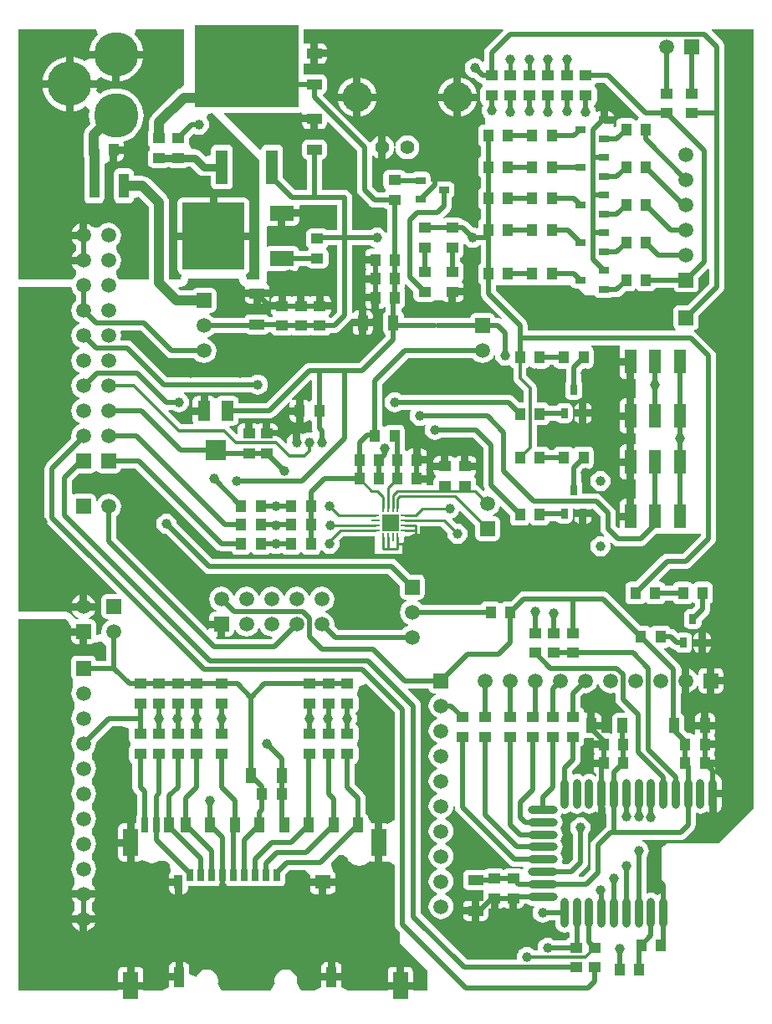
<source format=gtl>
G04 Layer_Physical_Order=1*
G04 Layer_Color=255*
%FSLAX23Y23*%
%MOIN*%
G70*
G01*
G75*
%ADD10R,0.028X0.059*%
%ADD11R,0.039X0.059*%
%ADD12R,0.059X0.110*%
%ADD13R,0.039X0.049*%
%ADD14R,0.051X0.079*%
%ADD15R,0.079X0.079*%
%ADD16R,0.039X0.059*%
%ADD17R,0.049X0.039*%
%ADD18R,0.039X0.098*%
%ADD19R,0.059X0.039*%
%ADD20R,0.039X0.028*%
%ADD21R,0.047X0.098*%
%ADD22R,0.028X0.039*%
%ADD23R,0.047X0.138*%
%ADD24R,0.413X0.330*%
%ADD25R,0.245X0.265*%
%ADD26R,0.098X0.059*%
%ADD27O,0.033X0.118*%
%ADD28O,0.118X0.033*%
%ADD29R,0.067X0.067*%
%ADD30R,0.009X0.033*%
%ADD31R,0.033X0.009*%
%ADD32O,0.033X0.009*%
%ADD33R,0.028X0.045*%
%ADD34R,0.039X0.079*%
%ADD35R,0.061X0.055*%
%ADD36R,0.035X0.055*%
%ADD37C,0.040*%
%ADD38C,0.020*%
%ADD39C,0.010*%
%ADD40C,0.012*%
%ADD41C,0.015*%
%ADD42C,0.030*%
%ADD43C,0.177*%
%ADD44C,0.059*%
%ADD45R,0.059X0.059*%
%ADD46C,0.055*%
%ADD47C,0.118*%
%ADD48R,0.059X0.059*%
%ADD49C,0.039*%
%ADD50C,0.047*%
G36*
X1021Y3537D02*
X1020Y3534D01*
Y3529D01*
X1070D01*
Y3514D01*
X1085D01*
Y3474D01*
X1100D01*
X1107Y3475D01*
X1114Y3480D01*
X1118Y3486D01*
X1120Y3494D01*
Y3501D01*
X1125Y3503D01*
X1240Y3387D01*
Y3230D01*
X1241Y3222D01*
X1244Y3215D01*
X1249Y3209D01*
X1288Y3169D01*
X1288Y3169D01*
X1294Y3164D01*
X1302Y3161D01*
X1309Y3160D01*
X1309Y3160D01*
X1348D01*
X1351Y3157D01*
X1358Y3152D01*
X1360Y3152D01*
Y3061D01*
X1355Y3060D01*
X1355Y3060D01*
X1348Y3068D01*
X1340Y3075D01*
X1330Y3079D01*
X1320Y3080D01*
X1310Y3079D01*
X1300Y3075D01*
X1294Y3070D01*
X1220D01*
Y3200D01*
X1219Y3208D01*
X1216Y3215D01*
X1211Y3221D01*
X1205Y3226D01*
X1198Y3229D01*
X1190Y3230D01*
X1100D01*
Y3351D01*
X1107Y3352D01*
X1114Y3357D01*
X1118Y3363D01*
X1120Y3371D01*
Y3411D01*
X1118Y3418D01*
X1114Y3425D01*
X1107Y3429D01*
X1100Y3431D01*
X1040D01*
X1033Y3429D01*
X1026Y3425D01*
X1022Y3418D01*
X1020Y3411D01*
Y3371D01*
X1022Y3363D01*
X1026Y3357D01*
X1033Y3352D01*
X1040Y3351D01*
Y3230D01*
X993D01*
X945Y3277D01*
Y3390D01*
X944Y3398D01*
X939Y3405D01*
X933Y3409D01*
X925Y3411D01*
X878D01*
X870Y3409D01*
X863Y3405D01*
X859Y3398D01*
X858Y3392D01*
X853Y3390D01*
X709Y3534D01*
X711Y3538D01*
X1008D01*
X1016Y3540D01*
X1016Y3540D01*
X1021Y3537D01*
D02*
G37*
G36*
X2153Y1047D02*
X2182D01*
X2183Y1046D01*
Y1036D01*
X2223D01*
Y1006D01*
X2183D01*
Y997D01*
X2184Y989D01*
X2188Y984D01*
X2184Y979D01*
X2183Y971D01*
Y961D01*
X2223D01*
Y931D01*
X2183D01*
Y922D01*
X2184Y914D01*
X2189Y907D01*
X2194Y904D01*
X2194Y903D01*
X2195Y900D01*
X2194Y898D01*
X2190Y895D01*
X2184Y899D01*
X2175Y903D01*
X2165Y904D01*
X2156Y903D01*
X2147Y899D01*
X2141Y895D01*
X2135Y899D01*
X2126Y903D01*
X2116Y904D01*
X2106Y903D01*
X2102Y901D01*
X2097Y904D01*
Y914D01*
X2121Y939D01*
X2126Y945D01*
X2129Y952D01*
X2130Y960D01*
Y1012D01*
X2132Y1012D01*
X2139Y1017D01*
X2143Y1023D01*
X2145Y1031D01*
Y1043D01*
X2150Y1047D01*
X2153Y1047D01*
D02*
G37*
G36*
X2645Y2915D02*
Y2858D01*
X2559Y2771D01*
X2522D01*
X2514Y2770D01*
X2507Y2765D01*
X2503Y2759D01*
X2501Y2751D01*
Y2692D01*
X2503Y2684D01*
X2507Y2678D01*
X2511Y2675D01*
X2509Y2670D01*
X1919D01*
Y2691D01*
X1918Y2699D01*
X1915Y2707D01*
X1910Y2713D01*
X1792Y2830D01*
Y2850D01*
X2091D01*
X2091Y2850D01*
X2095Y2843D01*
X2102Y2839D01*
X2109Y2837D01*
X2123D01*
X2150Y2810D01*
X2187Y2810D01*
X2190Y2806D01*
X2196Y2801D01*
X2204Y2800D01*
X2243D01*
X2251Y2801D01*
X2255Y2804D01*
X2275D01*
X2282Y2805D01*
X2290Y2808D01*
X2296Y2813D01*
X2310Y2826D01*
X2332D01*
X2340Y2828D01*
X2346Y2832D01*
X2348Y2836D01*
X2354D01*
X2357Y2832D01*
X2363Y2828D01*
X2371Y2826D01*
X2410D01*
X2418Y2828D01*
X2425Y2832D01*
X2429Y2839D01*
X2430Y2841D01*
X2502D01*
X2503Y2834D01*
X2507Y2828D01*
X2514Y2823D01*
X2522Y2822D01*
X2581D01*
X2589Y2823D01*
X2595Y2828D01*
X2600Y2834D01*
X2601Y2842D01*
Y2879D01*
X2640Y2917D01*
X2645Y2915D01*
D02*
G37*
G36*
X1160Y2743D02*
X1138Y2720D01*
X1132Y2721D01*
X1130Y2723D01*
X1127Y2726D01*
Y2732D01*
X1130Y2734D01*
X1135Y2740D01*
X1136Y2748D01*
Y2753D01*
X1091D01*
Y2768D01*
X1076D01*
Y2808D01*
X1067D01*
X1059Y2806D01*
X1054Y2803D01*
X1049Y2806D01*
X1041Y2808D01*
X1031D01*
Y2768D01*
X1001D01*
Y2808D01*
X992D01*
X984Y2806D01*
X979Y2803D01*
X974Y2806D01*
X966Y2808D01*
X956D01*
Y2768D01*
X941D01*
Y2753D01*
X896D01*
Y2748D01*
X898Y2740D01*
X902Y2734D01*
X903Y2733D01*
X904Y2727D01*
X901Y2725D01*
X888D01*
X885Y2729D01*
X879Y2733D01*
X871Y2735D01*
X812D01*
X804Y2733D01*
X798Y2729D01*
X793Y2722D01*
X793Y2720D01*
X669D01*
X665Y2725D01*
X655Y2733D01*
X651Y2735D01*
X652Y2740D01*
X660D01*
X667Y2742D01*
X674Y2746D01*
X678Y2753D01*
X680Y2760D01*
Y2820D01*
X678Y2827D01*
X674Y2834D01*
X667Y2838D01*
X660Y2840D01*
X600D01*
X593Y2838D01*
X586Y2834D01*
X584Y2830D01*
X537D01*
X527Y2840D01*
X529Y2845D01*
X537D01*
X539Y2845D01*
X542Y2845D01*
X543Y2846D01*
X545Y2846D01*
X547Y2847D01*
X549Y2847D01*
X550Y2848D01*
X552Y2849D01*
X554Y2850D01*
X556Y2852D01*
X557Y2853D01*
X558Y2854D01*
X560Y2856D01*
X561Y2857D01*
X562Y2859D01*
X563Y2860D01*
X564Y2862D01*
X565Y2864D01*
X565Y2866D01*
X566Y2867D01*
X566Y2870D01*
X567Y2872D01*
X567Y2877D01*
X768D01*
X769Y2872D01*
X769Y2870D01*
X770Y2867D01*
X770Y2866D01*
X771Y2864D01*
X772Y2862D01*
X773Y2860D01*
X774Y2859D01*
X774Y2857D01*
X776Y2856D01*
X778Y2854D01*
X779Y2853D01*
X780Y2852D01*
X782Y2850D01*
X784Y2849D01*
X785Y2848D01*
X786Y2847D01*
X789Y2847D01*
X789Y2847D01*
X791Y2846D01*
X792Y2841D01*
X792Y2837D01*
Y2833D01*
X841D01*
X891D01*
Y2837D01*
X890Y2845D01*
X885Y2852D01*
X879Y2856D01*
X879Y2857D01*
X877Y2862D01*
X879Y2867D01*
X880Y2875D01*
Y2903D01*
X885Y2907D01*
X890Y2906D01*
X989D01*
X997Y2908D01*
X1003Y2912D01*
X1008Y2919D01*
X1009Y2926D01*
Y2927D01*
X1040D01*
X1042Y2923D01*
X1049Y2919D01*
X1057Y2917D01*
X1106D01*
X1114Y2919D01*
X1120Y2923D01*
X1125Y2930D01*
X1126Y2937D01*
Y2977D01*
X1125Y2985D01*
X1120Y2991D01*
X1117Y2993D01*
Y2999D01*
X1120Y3002D01*
X1125Y3008D01*
X1125Y3010D01*
X1160D01*
Y2743D01*
D02*
G37*
G36*
X1527Y1238D02*
X1531Y1231D01*
X1538Y1227D01*
X1545Y1225D01*
X1553D01*
X1554Y1220D01*
X1550Y1218D01*
X1540Y1210D01*
X1532Y1200D01*
X1527Y1188D01*
X1525Y1175D01*
X1527Y1162D01*
X1532Y1150D01*
X1540Y1140D01*
X1550Y1132D01*
X1560Y1128D01*
Y1122D01*
X1550Y1118D01*
X1540Y1110D01*
X1532Y1100D01*
X1527Y1088D01*
X1525Y1075D01*
X1527Y1062D01*
X1532Y1050D01*
X1540Y1040D01*
X1550Y1032D01*
X1560Y1028D01*
Y1022D01*
X1550Y1018D01*
X1540Y1010D01*
X1532Y1000D01*
X1527Y988D01*
X1525Y975D01*
X1527Y962D01*
X1532Y950D01*
X1540Y940D01*
X1550Y932D01*
X1560Y928D01*
Y922D01*
X1550Y918D01*
X1540Y910D01*
X1532Y900D01*
X1527Y888D01*
X1525Y875D01*
X1527Y862D01*
X1532Y850D01*
X1540Y840D01*
X1550Y832D01*
X1560Y828D01*
Y822D01*
X1550Y818D01*
X1540Y810D01*
X1532Y800D01*
X1527Y788D01*
X1525Y775D01*
X1527Y762D01*
X1532Y750D01*
X1540Y740D01*
X1550Y732D01*
X1560Y728D01*
Y722D01*
X1550Y718D01*
X1540Y710D01*
X1532Y700D01*
X1527Y688D01*
X1525Y675D01*
X1527Y662D01*
X1532Y650D01*
X1540Y640D01*
X1550Y632D01*
X1560Y628D01*
Y622D01*
X1550Y618D01*
X1540Y610D01*
X1532Y600D01*
X1527Y588D01*
X1525Y575D01*
X1527Y562D01*
X1532Y550D01*
X1540Y540D01*
X1550Y532D01*
X1560Y528D01*
Y522D01*
X1550Y518D01*
X1540Y510D01*
X1532Y500D01*
X1527Y488D01*
X1525Y475D01*
X1527Y462D01*
X1532Y450D01*
X1540Y440D01*
X1550Y432D01*
X1560Y428D01*
Y422D01*
X1550Y418D01*
X1540Y410D01*
X1532Y400D01*
X1527Y388D01*
X1525Y375D01*
X1527Y362D01*
X1532Y350D01*
X1540Y340D01*
X1550Y332D01*
X1562Y327D01*
X1575Y325D01*
X1588Y327D01*
X1600Y332D01*
X1610Y340D01*
X1618Y350D01*
X1623Y362D01*
X1625Y375D01*
X1623Y388D01*
X1618Y400D01*
X1610Y410D01*
X1600Y418D01*
X1590Y422D01*
Y428D01*
X1600Y432D01*
X1610Y440D01*
X1618Y450D01*
X1623Y462D01*
X1625Y475D01*
X1623Y488D01*
X1618Y500D01*
X1610Y510D01*
X1600Y518D01*
X1590Y522D01*
Y528D01*
X1600Y532D01*
X1610Y540D01*
X1618Y550D01*
X1623Y562D01*
X1625Y575D01*
X1623Y588D01*
X1618Y600D01*
X1610Y610D01*
X1600Y618D01*
X1590Y622D01*
Y628D01*
X1600Y632D01*
X1610Y640D01*
X1618Y650D01*
X1623Y662D01*
X1625Y675D01*
X1623Y688D01*
X1618Y700D01*
X1610Y710D01*
X1600Y718D01*
X1590Y722D01*
Y728D01*
X1600Y732D01*
X1610Y740D01*
X1618Y750D01*
X1623Y762D01*
X1625Y773D01*
X1630Y773D01*
Y770D01*
X1631Y762D01*
X1634Y755D01*
X1639Y749D01*
X1846Y542D01*
X1852Y537D01*
X1859Y534D01*
X1867Y533D01*
X1867Y533D01*
X1899D01*
X1902Y529D01*
X1901Y525D01*
X1896Y523D01*
X1894Y524D01*
X1887Y526D01*
X1837D01*
X1830Y524D01*
X1825Y521D01*
X1819Y524D01*
X1812Y526D01*
X1762D01*
X1755Y524D01*
X1748Y520D01*
X1748Y519D01*
X1742Y521D01*
X1683D01*
X1675Y519D01*
X1668Y515D01*
X1664Y508D01*
X1662Y500D01*
Y461D01*
X1664Y453D01*
X1668Y446D01*
X1675Y442D01*
X1683Y440D01*
X1742D01*
X1744Y436D01*
X1744Y435D01*
X1742Y427D01*
Y398D01*
X1742Y398D01*
X1727D01*
Y357D01*
Y317D01*
X1742D01*
X1749Y319D01*
X1756Y323D01*
X1760Y330D01*
X1762Y338D01*
Y367D01*
X1762Y367D01*
X1772D01*
Y407D01*
X1802D01*
Y367D01*
X1812D01*
X1819Y369D01*
X1825Y372D01*
X1830Y369D01*
X1837Y367D01*
X1847D01*
Y407D01*
X1877D01*
Y367D01*
X1887D01*
X1894Y369D01*
X1901Y373D01*
X1905Y380D01*
X1907Y387D01*
X1909Y388D01*
X1912Y389D01*
X1919Y383D01*
X1928Y380D01*
X1938Y378D01*
X1945D01*
X1948Y374D01*
X1945Y370D01*
X1941Y361D01*
X1940Y350D01*
X1941Y340D01*
X1945Y330D01*
X1951Y322D01*
X1960Y316D01*
X1969Y312D01*
X1980Y310D01*
X1990Y312D01*
X2000Y316D01*
X2005Y320D01*
X2030D01*
Y308D01*
X2031Y298D01*
X2035Y290D01*
X2041Y282D01*
X2048Y276D01*
X2057Y272D01*
X2067Y271D01*
X2076Y272D01*
X2081Y274D01*
X2086Y271D01*
Y251D01*
X2080Y249D01*
X2073Y245D01*
X2070Y241D01*
X2025D01*
X2019Y245D01*
X2010Y249D01*
X1999Y251D01*
X1989Y249D01*
X1979Y245D01*
X1971Y239D01*
X1965Y231D01*
X1961Y221D01*
X1959Y211D01*
X1960Y205D01*
X1956Y200D01*
X1946D01*
X1945Y202D01*
X1936Y208D01*
X1927Y212D01*
X1916Y214D01*
X1906Y212D01*
X1896Y208D01*
X1888Y202D01*
X1882Y194D01*
X1878Y184D01*
X1876Y174D01*
X1877Y167D01*
X1873Y162D01*
X1680D01*
X1495Y348D01*
Y1175D01*
X1494Y1183D01*
X1491Y1190D01*
X1486Y1196D01*
X1486Y1196D01*
X1443Y1240D01*
X1445Y1245D01*
X1525D01*
X1527Y1238D01*
D02*
G37*
G36*
X2363Y3519D02*
X2361Y3514D01*
X2357Y3510D01*
X2354Y3507D01*
X2348D01*
X2346Y3510D01*
X2340Y3515D01*
X2332Y3516D01*
X2292D01*
X2285Y3515D01*
X2278Y3510D01*
X2274Y3504D01*
X2272Y3496D01*
Y3484D01*
X2268Y3481D01*
X2264Y3481D01*
X2261Y3486D01*
X2262Y3487D01*
X2263Y3494D01*
X2224D01*
Y3509D01*
X2209D01*
Y3543D01*
X2204D01*
X2196Y3541D01*
X2196Y3541D01*
X2191Y3544D01*
X2190Y3552D01*
X2186Y3561D01*
X2184Y3564D01*
X2184Y3564D01*
X2186Y3570D01*
X2190Y3573D01*
X2195Y3580D01*
X2196Y3587D01*
Y3627D01*
X2195Y3635D01*
X2190Y3641D01*
X2187Y3643D01*
Y3649D01*
X2190Y3652D01*
X2193Y3656D01*
X2227D01*
X2363Y3519D01*
D02*
G37*
G36*
X1160Y3070D02*
X1120D01*
X1114Y3074D01*
X1106Y3076D01*
X1057D01*
X1049Y3074D01*
X1042Y3070D01*
X1038Y3063D01*
X1036Y3056D01*
Y3016D01*
X1038Y3008D01*
X1042Y3002D01*
X1046Y2999D01*
Y2993D01*
X1042Y2991D01*
X1040Y2987D01*
X1009D01*
X1008Y2993D01*
X1003Y3000D01*
X997Y3004D01*
X989Y3006D01*
X890D01*
X885Y3005D01*
X880Y3008D01*
Y3085D01*
X885Y3088D01*
X890Y3087D01*
X924D01*
Y3137D01*
X939D01*
Y3152D01*
X1009D01*
Y3167D01*
X1012Y3170D01*
X1160D01*
Y3070D01*
D02*
G37*
G36*
X2227Y782D02*
X2228Y773D01*
X2229Y769D01*
Y748D01*
X2233Y745D01*
Y695D01*
X2229Y691D01*
X2179Y641D01*
X2174Y635D01*
X2171Y628D01*
X2170Y620D01*
Y523D01*
X2142Y495D01*
X2124D01*
X2122Y499D01*
X2151Y529D01*
X2156Y535D01*
X2159Y542D01*
X2160Y550D01*
Y664D01*
X2165Y670D01*
X2169Y680D01*
X2170Y690D01*
X2169Y700D01*
X2165Y710D01*
X2158Y718D01*
X2150Y725D01*
X2140Y729D01*
X2130Y730D01*
X2120Y729D01*
X2110Y725D01*
X2102Y718D01*
X2095Y710D01*
X2091Y700D01*
X2090Y690D01*
X2091Y680D01*
X2095Y670D01*
X2100Y664D01*
Y563D01*
X2081Y544D01*
X2060D01*
X2056Y549D01*
X2058Y553D01*
X2060Y563D01*
X2058Y573D01*
X2055Y582D01*
X2050Y588D01*
X2055Y594D01*
X2058Y603D01*
X2060Y612D01*
X2058Y622D01*
X2055Y631D01*
X2050Y637D01*
X2055Y643D01*
X2058Y652D01*
X2060Y661D01*
X2058Y671D01*
X2055Y680D01*
X2050Y686D01*
X2055Y692D01*
X2058Y701D01*
X2060Y711D01*
X2058Y720D01*
X2055Y729D01*
X2050Y735D01*
X2055Y741D01*
X2057Y747D01*
X2057Y747D01*
X2067Y745D01*
X2076Y747D01*
X2085Y750D01*
X2091Y755D01*
X2097Y750D01*
X2106Y747D01*
X2116Y745D01*
X2126Y747D01*
X2135Y750D01*
X2141Y755D01*
X2147Y750D01*
X2156Y747D01*
X2165Y745D01*
X2175Y747D01*
X2184Y750D01*
X2190Y755D01*
X2196Y750D01*
X2199Y749D01*
Y769D01*
X2201Y773D01*
X2202Y782D01*
Y825D01*
X2227D01*
Y782D01*
D02*
G37*
G36*
X1672Y3012D02*
X1680Y3005D01*
X1690Y3001D01*
X1700Y3000D01*
X1710Y3001D01*
X1720Y3005D01*
X1726Y3010D01*
X1732D01*
Y2938D01*
X1728Y2935D01*
X1724Y2929D01*
X1722Y2921D01*
Y2872D01*
X1724Y2864D01*
X1728Y2857D01*
X1732Y2855D01*
Y2818D01*
X1733Y2810D01*
X1736Y2803D01*
X1741Y2797D01*
X1816Y2721D01*
X1813Y2717D01*
X1808Y2719D01*
X1800Y2720D01*
X1790D01*
X1788Y2727D01*
X1784Y2734D01*
X1777Y2738D01*
X1770Y2740D01*
X1710D01*
X1703Y2738D01*
X1696Y2734D01*
X1692Y2727D01*
X1690Y2720D01*
X1560D01*
X1555Y2720D01*
X1550Y2720D01*
X1426D01*
Y2731D01*
X1424Y2739D01*
X1420Y2745D01*
X1416Y2748D01*
Y2758D01*
X1418Y2758D01*
X1425Y2762D01*
X1429Y2769D01*
X1431Y2777D01*
Y2826D01*
X1429Y2834D01*
X1426Y2839D01*
X1429Y2844D01*
X1431Y2852D01*
Y2855D01*
X1435Y2857D01*
X1465Y2827D01*
Y2805D01*
X1467Y2797D01*
X1471Y2791D01*
X1478Y2786D01*
X1485Y2785D01*
X1535D01*
X1542Y2786D01*
X1548Y2790D01*
X1582D01*
X1588Y2786D01*
X1595Y2785D01*
X1605D01*
Y2825D01*
X1620D01*
Y2840D01*
X1665D01*
Y2845D01*
X1663Y2852D01*
X1659Y2859D01*
X1656Y2861D01*
Y2867D01*
X1659Y2869D01*
X1663Y2876D01*
X1665Y2884D01*
Y2923D01*
X1663Y2931D01*
X1659Y2938D01*
X1652Y2942D01*
X1650Y2943D01*
Y2961D01*
X1652Y2961D01*
X1659Y2966D01*
X1663Y2972D01*
X1665Y2980D01*
Y3012D01*
X1670Y3014D01*
X1672Y3012D01*
D02*
G37*
G36*
X1059Y2470D02*
Y2392D01*
X1055Y2389D01*
X1053Y2386D01*
X1047D01*
X1045Y2389D01*
X1038Y2393D01*
X1030Y2395D01*
X1026D01*
Y2350D01*
Y2305D01*
X1030D01*
X1038Y2307D01*
X1045Y2311D01*
X1047Y2314D01*
X1053D01*
X1055Y2311D01*
X1059Y2308D01*
Y2281D01*
X1060Y2273D01*
X1062Y2268D01*
X1062Y2267D01*
X1061Y2267D01*
X1058Y2264D01*
X1050Y2265D01*
X1040Y2264D01*
X1030Y2260D01*
X1025Y2256D01*
X1020Y2260D01*
X1015Y2262D01*
Y2244D01*
X1011Y2235D01*
X1010Y2225D01*
X985D01*
Y2262D01*
X980Y2260D01*
X972Y2253D01*
X965Y2245D01*
X961Y2235D01*
X960Y2225D01*
X960Y2223D01*
X956Y2221D01*
X936Y2241D01*
X930Y2245D01*
X924Y2248D01*
X924Y2248D01*
Y2248D01*
X917Y2249D01*
X879D01*
Y2259D01*
X864D01*
Y2299D01*
X854D01*
X846Y2298D01*
X844Y2296D01*
X841Y2298D01*
X833Y2299D01*
X824D01*
Y2259D01*
X794D01*
Y2299D01*
X784D01*
X776Y2298D01*
X769Y2293D01*
X765Y2287D01*
X764Y2279D01*
Y2260D01*
X759Y2258D01*
X731Y2285D01*
X733Y2290D01*
X747D01*
X755Y2292D01*
X762Y2296D01*
X766Y2303D01*
X768Y2311D01*
Y2320D01*
X890D01*
X898Y2321D01*
X905Y2324D01*
X912Y2329D01*
X968Y2385D01*
X972Y2383D01*
X972Y2382D01*
X971Y2375D01*
Y2365D01*
X996D01*
Y2395D01*
X991D01*
X983Y2393D01*
X983Y2394D01*
X980Y2398D01*
X1054Y2472D01*
X1059Y2470D01*
D02*
G37*
G36*
X2288Y2605D02*
X2287Y2603D01*
X2286Y2596D01*
Y2561D01*
X2330D01*
Y2546D01*
X2345D01*
Y2477D01*
X2350D01*
Y2400D01*
X2345D01*
Y2330D01*
Y2260D01*
X2350D01*
Y2216D01*
X2345D01*
Y2146D01*
Y2077D01*
X2350D01*
Y2000D01*
X2345D01*
Y1930D01*
X2330D01*
Y1915D01*
X2286D01*
Y1884D01*
X2281Y1882D01*
X2270Y1893D01*
Y1942D01*
X2270Y1942D01*
X2269Y1950D01*
X2266Y1958D01*
X2261Y1964D01*
X2261Y1964D01*
X2214Y2011D01*
X2208Y2016D01*
X2200Y2019D01*
X2192Y2020D01*
X2137D01*
Y2055D01*
X2136Y2063D01*
X2133Y2066D01*
Y2111D01*
X2140Y2118D01*
X2162D01*
X2170Y2120D01*
X2176Y2124D01*
X2181Y2131D01*
X2182Y2139D01*
Y2188D01*
X2181Y2196D01*
X2176Y2202D01*
X2170Y2207D01*
X2162Y2208D01*
X2123D01*
X2115Y2207D01*
X2108Y2202D01*
X2106Y2199D01*
X2100D01*
X2098Y2202D01*
X2091Y2207D01*
X2083Y2208D01*
X2044D01*
X2036Y2207D01*
X2030Y2202D01*
X2025Y2196D01*
X2025Y2193D01*
X2006D01*
X2006Y2196D01*
X2001Y2202D01*
X1995Y2207D01*
X1987Y2208D01*
X1956D01*
Y2293D01*
X1987D01*
X1995Y2295D01*
X2001Y2299D01*
X2006Y2306D01*
X2007Y2311D01*
X2035D01*
X2037Y2307D01*
X2044Y2302D01*
X2052Y2301D01*
X2079D01*
X2087Y2302D01*
X2094Y2307D01*
X2098Y2313D01*
X2100Y2321D01*
Y2361D01*
X2098Y2368D01*
X2094Y2375D01*
X2087Y2379D01*
X2079Y2381D01*
X2052D01*
X2044Y2379D01*
X2037Y2375D01*
X2035Y2371D01*
X2005D01*
X2001Y2377D01*
X1995Y2382D01*
X1987Y2383D01*
X1956D01*
Y2440D01*
X1955Y2447D01*
X1953Y2453D01*
X1948Y2458D01*
X1915Y2492D01*
Y2519D01*
X1916Y2520D01*
X1923Y2524D01*
X1925Y2528D01*
X1931D01*
X1933Y2524D01*
X1940Y2520D01*
X1948Y2518D01*
X1987D01*
X1995Y2520D01*
X2001Y2524D01*
X2006Y2531D01*
X2006Y2533D01*
X2025D01*
X2025Y2531D01*
X2030Y2524D01*
X2036Y2520D01*
X2044Y2518D01*
X2073D01*
Y2466D01*
X2070Y2463D01*
X2069Y2455D01*
Y2416D01*
X2070Y2408D01*
X2075Y2401D01*
X2081Y2397D01*
X2089Y2395D01*
X2117D01*
X2125Y2397D01*
X2131Y2401D01*
X2136Y2408D01*
X2137Y2416D01*
Y2455D01*
X2136Y2463D01*
X2133Y2466D01*
Y2511D01*
X2140Y2518D01*
X2162D01*
X2170Y2520D01*
X2176Y2524D01*
X2181Y2531D01*
X2182Y2539D01*
Y2588D01*
X2181Y2596D01*
X2176Y2602D01*
X2173Y2605D01*
X2174Y2610D01*
X2286D01*
X2288Y2605D01*
D02*
G37*
G36*
X2820Y767D02*
X2680Y627D01*
X2484D01*
X2476Y626D01*
X2469Y623D01*
X2463Y618D01*
X2458Y612D01*
X2455Y604D01*
X2454Y596D01*
Y429D01*
X2451Y429D01*
X2442Y425D01*
X2436Y420D01*
X2430Y425D01*
X2421Y429D01*
X2411Y430D01*
X2402Y429D01*
X2397Y427D01*
X2392Y430D01*
Y572D01*
X2397Y578D01*
X2401Y588D01*
X2402Y598D01*
X2401Y608D01*
X2397Y618D01*
X2390Y626D01*
X2382Y633D01*
X2377Y635D01*
X2378Y640D01*
X2530D01*
X2538Y641D01*
X2545Y644D01*
X2551Y649D01*
X2580Y678D01*
X2580Y678D01*
X2585Y684D01*
X2588Y691D01*
X2589Y699D01*
Y745D01*
X2594Y749D01*
X2599Y747D01*
X2608Y745D01*
X2618Y747D01*
X2627Y750D01*
X2633Y755D01*
X2639Y750D01*
X2642Y749D01*
Y769D01*
X2644Y773D01*
X2645Y782D01*
Y825D01*
X2657D01*
Y840D01*
X2694D01*
Y867D01*
X2693Y877D01*
X2689Y886D01*
X2684Y893D01*
X2676Y899D01*
X2667Y903D01*
X2663Y903D01*
X2663Y905D01*
X2661Y909D01*
X2665Y914D01*
X2666Y922D01*
Y931D01*
X2626D01*
Y961D01*
X2666D01*
Y971D01*
X2665Y979D01*
X2662Y984D01*
X2665Y989D01*
X2666Y997D01*
Y1006D01*
X2626D01*
Y1036D01*
X2666D01*
Y1046D01*
X2665Y1054D01*
X2663Y1057D01*
X2665Y1059D01*
X2666Y1067D01*
Y1081D01*
X2586D01*
Y1067D01*
X2587Y1062D01*
X2582Y1060D01*
X2582Y1060D01*
X2575Y1065D01*
X2567Y1066D01*
X2556D01*
X2543Y1080D01*
Y1126D01*
X2542Y1134D01*
X2537Y1140D01*
X2530Y1145D01*
X2530Y1145D01*
Y1225D01*
X2534Y1228D01*
X2535Y1228D01*
Y1275D01*
Y1322D01*
X2530Y1326D01*
X2529Y1328D01*
X2526Y1336D01*
X2521Y1342D01*
X2463Y1400D01*
X2465Y1405D01*
X2469D01*
X2477Y1407D01*
X2483Y1411D01*
X2487Y1411D01*
X2493Y1405D01*
X2499Y1400D01*
X2507Y1397D01*
X2509Y1397D01*
X2512Y1392D01*
X2519Y1388D01*
X2527Y1386D01*
X2554D01*
X2562Y1388D01*
X2569Y1392D01*
X2573Y1399D01*
X2575Y1407D01*
Y1446D01*
X2573Y1454D01*
X2569Y1460D01*
X2562Y1465D01*
X2554Y1466D01*
X2527D01*
X2519Y1465D01*
X2519Y1465D01*
X2512Y1471D01*
X2506Y1476D01*
X2499Y1479D01*
X2491Y1480D01*
X2488D01*
X2488Y1482D01*
X2483Y1489D01*
X2477Y1493D01*
X2469Y1495D01*
X2430D01*
X2422Y1493D01*
X2415Y1489D01*
X2413Y1486D01*
X2407D01*
X2405Y1489D01*
X2398Y1493D01*
X2390Y1495D01*
X2368D01*
X2242Y1621D01*
X2236Y1626D01*
X2228Y1629D01*
X2221Y1630D01*
X1905D01*
X1905Y1630D01*
X1897Y1629D01*
X1890Y1626D01*
X1884Y1621D01*
X1884Y1621D01*
X1854Y1591D01*
X1832D01*
X1824Y1590D01*
X1817Y1585D01*
X1815Y1582D01*
X1809D01*
X1807Y1585D01*
X1800Y1590D01*
X1792Y1591D01*
X1753D01*
X1745Y1590D01*
X1739Y1585D01*
X1734Y1579D01*
X1734Y1577D01*
X1500D01*
X1495Y1583D01*
X1485Y1591D01*
X1481Y1593D01*
X1482Y1598D01*
X1490D01*
X1497Y1600D01*
X1504Y1604D01*
X1508Y1611D01*
X1510Y1619D01*
Y1678D01*
X1508Y1685D01*
X1504Y1692D01*
X1497Y1696D01*
X1490Y1698D01*
X1453D01*
X1399Y1751D01*
X1393Y1756D01*
X1386Y1759D01*
X1378Y1760D01*
X663D01*
X520Y1903D01*
X519Y1910D01*
X515Y1920D01*
X508Y1928D01*
X500Y1935D01*
X490Y1939D01*
X480Y1940D01*
X470Y1939D01*
X460Y1935D01*
X452Y1928D01*
X445Y1920D01*
X441Y1910D01*
X440Y1900D01*
X441Y1890D01*
X445Y1880D01*
X452Y1872D01*
X460Y1865D01*
X470Y1861D01*
X477Y1860D01*
X629Y1709D01*
X635Y1704D01*
X642Y1701D01*
X650Y1700D01*
X1365D01*
X1410Y1655D01*
Y1619D01*
X1412Y1611D01*
X1416Y1604D01*
X1423Y1600D01*
X1430Y1598D01*
X1438D01*
X1439Y1593D01*
X1435Y1591D01*
X1425Y1583D01*
X1417Y1573D01*
X1412Y1561D01*
X1410Y1548D01*
X1412Y1535D01*
X1417Y1523D01*
X1425Y1513D01*
X1435Y1505D01*
X1445Y1501D01*
Y1495D01*
X1435Y1491D01*
X1425Y1483D01*
X1421Y1478D01*
X1165D01*
X1149Y1494D01*
X1150Y1500D01*
X1148Y1513D01*
X1143Y1525D01*
X1135Y1535D01*
X1125Y1543D01*
X1115Y1547D01*
Y1553D01*
X1125Y1557D01*
X1135Y1565D01*
X1143Y1575D01*
X1148Y1587D01*
X1150Y1600D01*
X1148Y1613D01*
X1143Y1625D01*
X1135Y1635D01*
X1125Y1643D01*
X1113Y1648D01*
X1100Y1650D01*
X1087Y1648D01*
X1075Y1643D01*
X1065Y1635D01*
X1057Y1625D01*
X1053Y1615D01*
X1047D01*
X1043Y1625D01*
X1035Y1635D01*
X1025Y1643D01*
X1013Y1648D01*
X1000Y1650D01*
X987Y1648D01*
X975Y1643D01*
X965Y1635D01*
X957Y1625D01*
X953Y1615D01*
X947D01*
X943Y1625D01*
X935Y1635D01*
X925Y1643D01*
X913Y1648D01*
X900Y1650D01*
X887Y1648D01*
X875Y1643D01*
X865Y1635D01*
X857Y1625D01*
X853Y1615D01*
X847D01*
X843Y1625D01*
X835Y1635D01*
X825Y1643D01*
X813Y1648D01*
X800Y1650D01*
X787Y1648D01*
X775Y1643D01*
X765Y1635D01*
X757Y1625D01*
X753Y1615D01*
X747D01*
X743Y1625D01*
X735Y1635D01*
X725Y1643D01*
X713Y1648D01*
X700Y1650D01*
X687Y1648D01*
X675Y1643D01*
X665Y1635D01*
X657Y1625D01*
X652Y1613D01*
X650Y1600D01*
X652Y1587D01*
X657Y1575D01*
X665Y1565D01*
X675Y1557D01*
X679Y1555D01*
X678Y1550D01*
X670D01*
X663Y1548D01*
X656Y1544D01*
X652Y1537D01*
X650Y1530D01*
Y1515D01*
X700D01*
Y1500D01*
X715D01*
Y1450D01*
X730D01*
X737Y1452D01*
X744Y1456D01*
X748Y1463D01*
X750Y1470D01*
Y1478D01*
X755Y1479D01*
X757Y1475D01*
X765Y1465D01*
X775Y1457D01*
X787Y1452D01*
X800Y1450D01*
X813Y1452D01*
X825Y1457D01*
X835Y1465D01*
X843Y1475D01*
X847Y1485D01*
X853D01*
X857Y1475D01*
X865Y1465D01*
X875Y1457D01*
X887Y1452D01*
X900Y1450D01*
X901Y1450D01*
X903Y1446D01*
X897Y1440D01*
X683D01*
X677Y1445D01*
X679Y1450D01*
X685D01*
Y1485D01*
X650D01*
Y1479D01*
X645Y1477D01*
X280Y1843D01*
Y1931D01*
X285Y1935D01*
X293Y1945D01*
X298Y1957D01*
X300Y1970D01*
X298Y1983D01*
X293Y1995D01*
X285Y2005D01*
X275Y2013D01*
X263Y2018D01*
X250Y2020D01*
X237Y2018D01*
X225Y2013D01*
X215Y2005D01*
X207Y1995D01*
X205Y1991D01*
X200Y1992D01*
Y2000D01*
X198Y2007D01*
X194Y2014D01*
X187Y2018D01*
X180Y2020D01*
X120D01*
X113Y2018D01*
X110Y2017D01*
X105Y2019D01*
Y2072D01*
X133Y2100D01*
X180D01*
X187Y2102D01*
X194Y2106D01*
X197Y2111D01*
X197Y2111D01*
X203D01*
X203Y2111D01*
X206Y2106D01*
X213Y2102D01*
X220Y2100D01*
X280D01*
X287Y2102D01*
X294Y2106D01*
X298Y2113D01*
X300Y2120D01*
X357D01*
X677Y1800D01*
X683Y1795D01*
X691Y1792D01*
X699Y1791D01*
X738D01*
X739Y1789D01*
X743Y1782D01*
X750Y1778D01*
X757Y1776D01*
X797D01*
X805Y1778D01*
X811Y1782D01*
X813Y1786D01*
X819D01*
X822Y1782D01*
X828Y1778D01*
X836Y1776D01*
X875D01*
X883Y1778D01*
X890Y1782D01*
X892Y1785D01*
X897Y1786D01*
X898Y1785D01*
X908Y1781D01*
X918Y1780D01*
X928Y1781D01*
X938Y1785D01*
X941Y1785D01*
X943Y1782D01*
X950Y1778D01*
X957Y1776D01*
X997D01*
X1005Y1778D01*
X1011Y1782D01*
X1013Y1786D01*
X1019D01*
X1022Y1782D01*
X1028Y1778D01*
X1036Y1776D01*
X1075D01*
X1083Y1778D01*
X1090Y1782D01*
X1094Y1789D01*
X1095Y1792D01*
X1100Y1794D01*
X1102Y1792D01*
X1110Y1785D01*
X1120Y1781D01*
X1130Y1780D01*
X1140Y1781D01*
X1150Y1785D01*
X1158Y1792D01*
X1165Y1800D01*
X1169Y1810D01*
X1170Y1820D01*
X1169Y1830D01*
X1168Y1832D01*
X1186Y1850D01*
X1310D01*
X1310Y1780D01*
X1420D01*
X1420Y1815D01*
X1420Y1815D01*
X1425Y1822D01*
X1426Y1830D01*
Y1846D01*
X1430Y1850D01*
X1447D01*
X1454Y1852D01*
X1461Y1856D01*
X1464Y1860D01*
X1490D01*
Y1889D01*
X1575D01*
X1600Y1864D01*
X1600Y1860D01*
X1601Y1850D01*
X1605Y1840D01*
X1612Y1832D01*
X1620Y1825D01*
X1630Y1821D01*
X1640Y1820D01*
X1650Y1821D01*
X1660Y1825D01*
X1668Y1832D01*
X1675Y1840D01*
X1679Y1850D01*
X1680Y1860D01*
X1679Y1870D01*
X1675Y1880D01*
X1668Y1888D01*
X1660Y1895D01*
X1650Y1899D01*
X1640Y1900D01*
X1636Y1900D01*
X1619Y1917D01*
X1621Y1922D01*
X1630Y1925D01*
X1638Y1932D01*
X1645Y1940D01*
X1648Y1949D01*
X1653Y1951D01*
X1710Y1894D01*
Y1850D01*
X1712Y1843D01*
X1716Y1836D01*
X1723Y1832D01*
X1730Y1830D01*
X1790D01*
X1797Y1832D01*
X1804Y1836D01*
X1808Y1843D01*
X1810Y1850D01*
Y1910D01*
X1808Y1917D01*
X1804Y1924D01*
X1797Y1928D01*
X1790Y1930D01*
X1782D01*
X1781Y1935D01*
X1785Y1937D01*
X1795Y1945D01*
X1803Y1955D01*
X1808Y1967D01*
X1809Y1969D01*
X1813Y1971D01*
X1849Y1935D01*
Y1914D01*
X1850Y1906D01*
X1855Y1899D01*
X1861Y1895D01*
X1869Y1893D01*
X1908D01*
X1916Y1895D01*
X1923Y1899D01*
X1925Y1903D01*
X1931D01*
X1933Y1899D01*
X1940Y1895D01*
X1948Y1893D01*
X1987D01*
X1995Y1895D01*
X2001Y1899D01*
X2006Y1906D01*
X2007Y1911D01*
X2035D01*
X2037Y1907D01*
X2044Y1902D01*
X2052Y1901D01*
X2079D01*
X2087Y1902D01*
X2094Y1907D01*
X2098Y1913D01*
X2100Y1921D01*
Y1960D01*
X2106D01*
Y1956D01*
X2175D01*
Y1960D01*
X2180D01*
X2210Y1930D01*
Y1880D01*
X2211Y1872D01*
X2214Y1865D01*
X2219Y1859D01*
X2225Y1852D01*
X2222Y1848D01*
X2220Y1849D01*
X2210Y1850D01*
X2200Y1849D01*
X2190Y1845D01*
X2182Y1838D01*
X2175Y1830D01*
X2171Y1820D01*
X2170Y1810D01*
X2171Y1800D01*
X2175Y1790D01*
X2182Y1782D01*
X2190Y1775D01*
X2200Y1771D01*
X2210Y1770D01*
X2220Y1771D01*
X2230Y1775D01*
X2238Y1782D01*
X2245Y1790D01*
X2249Y1800D01*
X2250Y1810D01*
X2249Y1820D01*
X2248Y1822D01*
X2252Y1825D01*
X2259Y1819D01*
X2259Y1819D01*
X2265Y1814D01*
X2272Y1811D01*
X2280Y1810D01*
X2370D01*
X2378Y1811D01*
X2385Y1814D01*
X2391Y1819D01*
X2433Y1860D01*
X2610D01*
Y1853D01*
X2537Y1780D01*
X2476D01*
X2468Y1779D01*
X2461Y1776D01*
X2454Y1771D01*
X2351Y1669D01*
X2330D01*
X2322Y1667D01*
X2315Y1663D01*
X2311Y1656D01*
X2309Y1648D01*
Y1599D01*
X2311Y1591D01*
X2315Y1585D01*
X2322Y1580D01*
X2330Y1579D01*
X2369D01*
X2377Y1580D01*
X2383Y1585D01*
X2386Y1588D01*
X2392D01*
X2394Y1585D01*
X2400Y1580D01*
X2408Y1579D01*
X2448D01*
X2455Y1580D01*
X2462Y1585D01*
X2466Y1591D01*
X2467Y1593D01*
X2500D01*
X2500Y1591D01*
X2504Y1585D01*
X2511Y1580D01*
X2519Y1579D01*
X2558D01*
X2566Y1580D01*
X2573Y1585D01*
X2575Y1588D01*
X2581D01*
X2583Y1585D01*
X2587Y1582D01*
Y1573D01*
X2575Y1561D01*
X2564D01*
X2556Y1559D01*
X2550Y1555D01*
X2545Y1548D01*
X2544Y1540D01*
Y1501D01*
X2545Y1493D01*
X2550Y1487D01*
X2556Y1482D01*
X2564Y1481D01*
X2592D01*
X2600Y1482D01*
X2606Y1487D01*
X2611Y1493D01*
X2612Y1501D01*
Y1512D01*
X2639Y1539D01*
X2639Y1539D01*
X2644Y1545D01*
X2647Y1552D01*
X2648Y1560D01*
X2648Y1560D01*
Y1582D01*
X2651Y1585D01*
X2656Y1591D01*
X2657Y1599D01*
Y1648D01*
X2656Y1656D01*
X2651Y1663D01*
X2645Y1667D01*
X2637Y1669D01*
X2598D01*
X2590Y1667D01*
X2583Y1663D01*
X2581Y1659D01*
X2575D01*
X2573Y1663D01*
X2566Y1667D01*
X2558Y1669D01*
X2519D01*
X2511Y1667D01*
X2504Y1663D01*
X2500Y1656D01*
X2500Y1654D01*
X2467D01*
X2466Y1656D01*
X2462Y1663D01*
X2455Y1667D01*
X2448Y1669D01*
X2444D01*
X2442Y1673D01*
X2488Y1720D01*
X2550D01*
X2558Y1721D01*
X2565Y1724D01*
X2571Y1729D01*
X2661Y1819D01*
X2666Y1825D01*
X2669Y1832D01*
X2670Y1840D01*
Y2570D01*
X2669Y2578D01*
X2666Y2585D01*
X2661Y2591D01*
X2661Y2591D01*
X2591Y2661D01*
X2585Y2666D01*
X2583Y2667D01*
X2583Y2668D01*
X2585Y2672D01*
X2589Y2673D01*
X2595Y2678D01*
X2600Y2684D01*
X2601Y2692D01*
Y2729D01*
X2696Y2824D01*
X2701Y2830D01*
X2704Y2837D01*
X2705Y2845D01*
X2705Y2845D01*
Y3800D01*
X2705Y3800D01*
X2704Y3808D01*
X2701Y3815D01*
X2696Y3821D01*
X2652Y3866D01*
X2654Y3870D01*
X2820D01*
Y767D01*
D02*
G37*
G36*
X102Y2837D02*
X107Y2825D01*
X115Y2815D01*
X121Y2810D01*
Y2790D01*
X115Y2785D01*
X107Y2775D01*
X102Y2763D01*
X100Y2750D01*
X102Y2737D01*
X107Y2725D01*
X115Y2715D01*
X125Y2707D01*
X135Y2703D01*
Y2697D01*
X125Y2693D01*
X115Y2685D01*
X107Y2675D01*
X102Y2663D01*
X100Y2650D01*
X102Y2637D01*
X107Y2625D01*
X115Y2615D01*
X125Y2607D01*
X135Y2603D01*
Y2597D01*
X125Y2593D01*
X115Y2585D01*
X107Y2575D01*
X102Y2563D01*
X100Y2550D01*
X102Y2537D01*
X107Y2525D01*
X115Y2515D01*
X125Y2507D01*
X135Y2503D01*
Y2497D01*
X125Y2493D01*
X115Y2485D01*
X107Y2475D01*
X102Y2463D01*
X100Y2450D01*
X102Y2437D01*
X107Y2425D01*
X115Y2415D01*
X125Y2407D01*
X135Y2403D01*
Y2397D01*
X125Y2393D01*
X115Y2385D01*
X107Y2375D01*
X102Y2363D01*
X100Y2350D01*
X102Y2337D01*
X107Y2325D01*
X115Y2315D01*
X125Y2307D01*
X135Y2303D01*
Y2297D01*
X125Y2293D01*
X115Y2285D01*
X107Y2275D01*
X102Y2263D01*
X100Y2250D01*
X101Y2239D01*
X4Y2141D01*
X-1Y2135D01*
X-4Y2128D01*
X-5Y2120D01*
Y1925D01*
X-4Y1917D01*
X-1Y1910D01*
X4Y1904D01*
X283Y1625D01*
X281Y1620D01*
X240D01*
X233Y1618D01*
X226Y1614D01*
X222Y1607D01*
X220Y1600D01*
Y1540D01*
X222Y1533D01*
X226Y1526D01*
X233Y1522D01*
X240Y1520D01*
X248D01*
X249Y1515D01*
X245Y1513D01*
X235Y1505D01*
X227Y1495D01*
X222Y1483D01*
X220Y1470D01*
X221Y1464D01*
X218Y1459D01*
X217Y1459D01*
X216Y1459D01*
X204Y1458D01*
X200Y1461D01*
Y1500D01*
X198Y1507D01*
X194Y1514D01*
X187Y1518D01*
X180Y1520D01*
X172D01*
X171Y1525D01*
X175Y1527D01*
X185Y1535D01*
X193Y1545D01*
X197Y1555D01*
X150D01*
X103D01*
X107Y1545D01*
X115Y1535D01*
X125Y1527D01*
X129Y1525D01*
X128Y1520D01*
X120D01*
X116Y1519D01*
X106Y1533D01*
X104Y1536D01*
X102Y1538D01*
X98Y1542D01*
X98Y1542D01*
X98Y1542D01*
X95Y1544D01*
X91Y1546D01*
X91Y1546D01*
X91Y1546D01*
X89Y1547D01*
X86Y1548D01*
X84Y1549D01*
X83Y1549D01*
X82Y1550D01*
X79Y1550D01*
X76Y1550D01*
X-110Y1550D01*
Y2845D01*
X101D01*
X102Y2837D01*
D02*
G37*
G36*
X78Y1519D02*
X82Y1516D01*
X100Y1490D01*
Y1485D01*
X150D01*
Y1470D01*
X165D01*
Y1420D01*
X180D01*
X187Y1422D01*
X194Y1426D01*
X220Y1429D01*
X228Y1427D01*
X240Y1415D01*
Y1355D01*
X200D01*
X198Y1362D01*
X194Y1369D01*
X187Y1373D01*
X180Y1375D01*
X120D01*
X113Y1373D01*
X106Y1369D01*
X102Y1362D01*
X100Y1355D01*
Y1295D01*
X102Y1288D01*
X103Y1286D01*
X106Y1279D01*
X107Y1251D01*
X106Y1248D01*
X102Y1238D01*
X100Y1225D01*
X102Y1212D01*
X107Y1200D01*
X111Y1194D01*
X115Y1188D01*
Y1162D01*
X111Y1156D01*
X107Y1150D01*
X102Y1138D01*
X100Y1125D01*
X102Y1112D01*
X107Y1100D01*
X111Y1094D01*
X115Y1088D01*
Y1062D01*
X111Y1056D01*
X107Y1050D01*
X102Y1038D01*
X100Y1025D01*
X102Y1012D01*
X107Y1000D01*
X111Y994D01*
X115Y988D01*
Y962D01*
X111Y956D01*
X107Y950D01*
X102Y938D01*
X100Y925D01*
X102Y912D01*
X107Y900D01*
X111Y894D01*
X115Y888D01*
Y862D01*
X111Y856D01*
X107Y850D01*
X102Y838D01*
X100Y825D01*
X102Y812D01*
X107Y800D01*
X111Y794D01*
X115Y788D01*
Y762D01*
X111Y756D01*
X107Y750D01*
X102Y738D01*
X100Y725D01*
X102Y712D01*
X107Y700D01*
X111Y694D01*
X115Y688D01*
Y662D01*
X111Y656D01*
X107Y650D01*
X102Y638D01*
X100Y625D01*
X102Y612D01*
X107Y600D01*
X111Y594D01*
X115Y588D01*
Y562D01*
X111Y556D01*
X107Y550D01*
X102Y538D01*
X100Y525D01*
X102Y512D01*
X107Y500D01*
X111Y494D01*
X115Y488D01*
Y462D01*
X111Y456D01*
X107Y450D01*
X103Y440D01*
X150D01*
X197D01*
X193Y450D01*
X189Y456D01*
X185Y462D01*
Y488D01*
X189Y494D01*
X193Y500D01*
X198Y512D01*
X200Y525D01*
X198Y538D01*
X193Y550D01*
X189Y556D01*
X185Y562D01*
Y588D01*
X189Y594D01*
X193Y600D01*
X198Y612D01*
X200Y625D01*
X198Y638D01*
X193Y650D01*
X189Y656D01*
X185Y662D01*
Y688D01*
X189Y694D01*
X193Y700D01*
X198Y712D01*
X200Y725D01*
X198Y738D01*
X193Y750D01*
X189Y756D01*
X185Y762D01*
Y788D01*
X189Y794D01*
X193Y800D01*
X198Y812D01*
X200Y825D01*
X198Y838D01*
X193Y850D01*
X189Y856D01*
X185Y862D01*
Y888D01*
X189Y894D01*
X193Y900D01*
X198Y912D01*
X200Y925D01*
X198Y938D01*
X193Y950D01*
X189Y956D01*
X185Y962D01*
Y988D01*
X189Y994D01*
X193Y1000D01*
X198Y1012D01*
X200Y1025D01*
X199Y1031D01*
X263Y1095D01*
X303D01*
X331Y1082D01*
Y1043D01*
X332Y1035D01*
X337Y1028D01*
Y1018D01*
X332Y1011D01*
X331Y1004D01*
Y964D01*
X332Y956D01*
X337Y950D01*
X343Y945D01*
X345Y945D01*
Y849D01*
X346Y841D01*
X350Y834D01*
X354Y828D01*
X362Y820D01*
Y741D01*
X360Y737D01*
X359Y730D01*
Y706D01*
X353D01*
Y630D01*
Y555D01*
X367D01*
X375Y556D01*
X383Y560D01*
X402Y552D01*
X402Y552D01*
X410Y549D01*
X418Y548D01*
X420D01*
X422Y547D01*
X424Y548D01*
X426D01*
X435Y549D01*
X442Y552D01*
X442Y552D01*
X449Y557D01*
X473Y557D01*
X484Y553D01*
X492Y545D01*
X497Y514D01*
X492Y508D01*
X491Y500D01*
Y487D01*
X528D01*
Y472D01*
X541D01*
X541Y469D01*
X543Y466D01*
Y424D01*
X546D01*
X554Y426D01*
X560Y430D01*
X565Y437D01*
X566Y445D01*
Y456D01*
X588D01*
X596Y458D01*
X596Y458D01*
X596Y458D01*
X604Y456D01*
X631D01*
X639Y458D01*
X639Y458D01*
X639Y458D01*
X647Y456D01*
X674D01*
X682Y458D01*
X682Y458D01*
X682Y458D01*
X689Y456D01*
Y462D01*
X693Y469D01*
X695Y476D01*
Y499D01*
X713D01*
Y476D01*
X715Y469D01*
X719Y462D01*
Y456D01*
X726Y458D01*
X726Y458D01*
X726Y458D01*
X734Y456D01*
X761D01*
X769Y458D01*
X769Y458D01*
X769Y458D01*
X777Y456D01*
X804D01*
X812Y458D01*
X812Y458D01*
X812Y458D01*
X820Y456D01*
X848D01*
X856Y458D01*
X856Y458D01*
X856Y458D01*
X863Y456D01*
X891D01*
X899Y458D01*
X899Y458D01*
X899Y458D01*
X907Y456D01*
X934D01*
X942Y458D01*
X949Y462D01*
X953Y469D01*
X955Y476D01*
Y502D01*
X973Y520D01*
X1027D01*
X1029Y519D01*
X1052Y500D01*
Y487D01*
X1103D01*
X1154D01*
Y500D01*
X1152Y508D01*
X1148Y514D01*
X1145Y516D01*
X1137Y541D01*
X1136Y549D01*
X1168Y581D01*
X1182Y580D01*
X1201Y571D01*
X1203Y566D01*
X1204Y564D01*
X1205Y561D01*
X1210Y555D01*
X1212Y553D01*
X1214Y551D01*
X1221Y546D01*
X1223Y545D01*
X1225Y543D01*
X1233Y540D01*
X1236Y540D01*
X1238Y539D01*
X1246Y538D01*
X1248Y538D01*
X1249Y538D01*
X1250Y538D01*
X1252Y538D01*
X1260Y539D01*
X1262Y540D01*
X1265Y540D01*
X1273Y543D01*
X1275Y545D01*
X1277Y546D01*
X1284Y551D01*
X1286Y553D01*
X1288Y555D01*
X1289Y556D01*
X1296Y555D01*
X1311D01*
Y630D01*
Y706D01*
X1296D01*
X1284Y730D01*
X1283Y737D01*
X1278Y744D01*
X1274Y747D01*
Y806D01*
X1273Y814D01*
X1270Y821D01*
X1265Y827D01*
X1231Y862D01*
Y945D01*
X1233Y945D01*
X1240Y950D01*
X1244Y956D01*
X1246Y964D01*
Y1004D01*
X1244Y1011D01*
X1240Y1018D01*
Y1028D01*
X1244Y1035D01*
X1246Y1043D01*
Y1082D01*
X1244Y1090D01*
X1240Y1097D01*
X1235Y1105D01*
X1239Y1115D01*
X1240Y1125D01*
X1239Y1135D01*
X1235Y1145D01*
X1235Y1147D01*
X1240Y1150D01*
X1244Y1156D01*
X1246Y1164D01*
Y1204D01*
X1244Y1211D01*
X1240Y1218D01*
Y1228D01*
X1244Y1235D01*
X1246Y1243D01*
Y1249D01*
X1276Y1262D01*
X1390Y1147D01*
Y720D01*
X1390Y720D01*
X1368Y707D01*
X1360Y705D01*
X1355Y706D01*
X1341D01*
Y630D01*
Y555D01*
X1355D01*
X1360Y555D01*
X1368Y553D01*
X1390Y541D01*
X1390Y541D01*
Y305D01*
X1391Y297D01*
X1394Y290D01*
X1399Y284D01*
X1410Y272D01*
Y230D01*
X1520Y120D01*
Y40D01*
X1462D01*
Y44D01*
X1362D01*
Y40D01*
X1204D01*
X1177Y55D01*
Y79D01*
X1137D01*
X1097D01*
Y55D01*
X1070Y40D01*
X1020D01*
X1012Y46D01*
X1009Y49D01*
X1000Y70D01*
X1001Y75D01*
Y83D01*
X999Y92D01*
X996Y100D01*
X991Y108D01*
X991Y108D01*
X985Y113D01*
X977Y119D01*
X970Y122D01*
X960Y124D01*
X958D01*
X956Y124D01*
X954Y124D01*
X952D01*
X942Y122D01*
X935Y119D01*
X927Y113D01*
X927Y113D01*
X921Y108D01*
X916Y100D01*
X913Y92D01*
X911Y83D01*
Y75D01*
X912Y70D01*
X905Y54D01*
X898Y44D01*
X892Y40D01*
X705D01*
X697Y46D01*
X694Y49D01*
X685Y70D01*
X686Y75D01*
Y83D01*
X684Y92D01*
X681Y100D01*
X676Y108D01*
X676Y108D01*
X670Y113D01*
X662Y119D01*
X655Y122D01*
X645Y124D01*
X643D01*
X641Y124D01*
X639Y124D01*
X637D01*
X627Y122D01*
X620Y119D01*
X612Y113D01*
X612Y113D01*
X606Y108D01*
X601Y100D01*
X599Y95D01*
X571Y106D01*
Y134D01*
X569Y142D01*
X565Y148D01*
X558Y153D01*
X550Y154D01*
X546D01*
Y94D01*
X531D01*
Y79D01*
X491D01*
Y55D01*
X464Y40D01*
X388D01*
Y44D01*
X288D01*
Y40D01*
X-110D01*
Y1520D01*
X76Y1520D01*
X78Y1519D01*
D02*
G37*
G36*
X2207Y1250D02*
X2215Y1240D01*
X2225Y1232D01*
X2237Y1227D01*
X2250Y1225D01*
X2263Y1227D01*
X2266Y1228D01*
X2270Y1225D01*
Y1200D01*
X2271Y1192D01*
X2274Y1185D01*
X2279Y1179D01*
X2306Y1151D01*
X2304Y1146D01*
X2276D01*
X2269Y1145D01*
X2262Y1140D01*
X2258Y1134D01*
X2256Y1126D01*
Y1067D01*
X2252Y1064D01*
X2250Y1065D01*
X2242Y1066D01*
X2214D01*
X2213Y1067D01*
Y1081D01*
X2173D01*
Y1096D01*
X2158D01*
Y1146D01*
X2153D01*
X2150Y1146D01*
X2145Y1149D01*
X2143Y1157D01*
X2139Y1163D01*
X2132Y1168D01*
X2130Y1168D01*
Y1212D01*
X2144Y1226D01*
X2150Y1225D01*
X2163Y1227D01*
X2175Y1232D01*
X2185Y1240D01*
X2193Y1250D01*
X2197Y1260D01*
X2203D01*
X2207Y1250D01*
D02*
G37*
G36*
X1790Y2569D02*
X1791Y2560D01*
X1795Y2550D01*
X1802Y2542D01*
X1810Y2535D01*
X1820Y2531D01*
X1830Y2530D01*
X1840Y2531D01*
X1846Y2534D01*
X1850Y2531D01*
X1850Y2531D01*
X1855Y2524D01*
X1861Y2520D01*
X1862Y2519D01*
Y2481D01*
X1863Y2475D01*
X1866Y2468D01*
X1870Y2463D01*
X1904Y2429D01*
Y2383D01*
X1886D01*
X1863Y2406D01*
X1857Y2411D01*
X1850Y2414D01*
X1842Y2415D01*
X1416D01*
X1410Y2420D01*
X1400Y2424D01*
X1390Y2425D01*
X1380Y2424D01*
X1370Y2420D01*
X1362Y2413D01*
X1355Y2405D01*
X1351Y2395D01*
X1350Y2385D01*
X1351Y2375D01*
X1355Y2365D01*
X1362Y2357D01*
X1370Y2350D01*
X1380Y2346D01*
X1390Y2345D01*
X1400Y2346D01*
X1410Y2350D01*
X1416Y2355D01*
X1453D01*
X1456Y2350D01*
X1455Y2350D01*
X1451Y2340D01*
X1450Y2330D01*
X1451Y2320D01*
X1455Y2310D01*
X1462Y2302D01*
X1470Y2295D01*
X1480Y2291D01*
X1490Y2290D01*
X1500Y2291D01*
X1510Y2295D01*
X1510Y2295D01*
X1514Y2292D01*
X1511Y2285D01*
X1510Y2275D01*
X1511Y2265D01*
X1515Y2255D01*
X1522Y2247D01*
X1530Y2240D01*
X1540Y2236D01*
X1550Y2235D01*
X1560Y2236D01*
X1570Y2240D01*
X1576Y2245D01*
X1702D01*
X1745Y2202D01*
Y2052D01*
X1746Y2044D01*
X1749Y2037D01*
X1748Y2036D01*
X1746Y2032D01*
X1745Y2031D01*
X1728Y2048D01*
X1720Y2054D01*
X1715Y2054D01*
Y2070D01*
X1713Y2078D01*
X1709Y2085D01*
X1706Y2087D01*
Y2093D01*
X1709Y2095D01*
X1713Y2102D01*
X1715Y2110D01*
Y2114D01*
X1670D01*
Y2129D01*
X1655D01*
Y2169D01*
X1645D01*
X1638Y2168D01*
X1634Y2165D01*
X1630Y2164D01*
X1626Y2165D01*
X1622Y2168D01*
X1615Y2169D01*
X1605D01*
Y2129D01*
X1590D01*
Y2114D01*
X1545D01*
Y2110D01*
X1547Y2102D01*
X1551Y2095D01*
X1554Y2093D01*
Y2087D01*
X1551Y2085D01*
X1547Y2078D01*
X1545Y2070D01*
Y2055D01*
X1518D01*
Y2064D01*
X1478D01*
Y2094D01*
X1518D01*
Y2103D01*
X1516Y2111D01*
X1513Y2116D01*
X1516Y2121D01*
X1518Y2129D01*
Y2139D01*
X1478D01*
Y2154D01*
X1463D01*
Y2199D01*
X1458D01*
X1450Y2197D01*
X1444Y2193D01*
X1441Y2189D01*
X1435D01*
X1433Y2193D01*
X1429Y2195D01*
Y2225D01*
X1429Y2225D01*
Y2275D01*
X1428Y2282D01*
X1423Y2289D01*
X1417Y2293D01*
X1409Y2295D01*
X1370D01*
X1362Y2293D01*
X1355Y2289D01*
X1353Y2286D01*
X1347D01*
X1345Y2289D01*
X1341Y2292D01*
Y2458D01*
X1443Y2560D01*
X1701D01*
X1705Y2555D01*
X1715Y2547D01*
X1727Y2542D01*
X1740Y2540D01*
X1753Y2542D01*
X1765Y2547D01*
X1775Y2555D01*
X1783Y2565D01*
X1785Y2569D01*
X1790Y2569D01*
D02*
G37*
G36*
X1300Y3005D02*
X1310Y3001D01*
X1309Y2996D01*
X1292D01*
X1285Y2995D01*
X1278Y2990D01*
X1274Y2984D01*
X1272Y2976D01*
Y2966D01*
X1312D01*
Y2936D01*
X1272D01*
Y2927D01*
X1274Y2919D01*
X1277Y2914D01*
X1274Y2909D01*
X1272Y2901D01*
Y2891D01*
X1312D01*
Y2861D01*
X1272D01*
Y2852D01*
X1274Y2844D01*
X1277Y2839D01*
X1274Y2834D01*
X1272Y2826D01*
Y2816D01*
X1312D01*
Y2801D01*
X1327D01*
Y2756D01*
X1332D01*
X1340Y2758D01*
X1346Y2762D01*
X1347Y2763D01*
X1353Y2764D01*
X1355Y2761D01*
Y2748D01*
X1351Y2745D01*
X1347Y2739D01*
X1345Y2731D01*
Y2672D01*
X1347Y2664D01*
X1351Y2658D01*
X1355Y2655D01*
Y2648D01*
X1247Y2540D01*
X1050D01*
X1042Y2539D01*
X1035Y2536D01*
X1029Y2531D01*
X878Y2380D01*
X768D01*
Y2390D01*
X766Y2397D01*
X762Y2404D01*
X755Y2408D01*
X747Y2410D01*
X696D01*
X688Y2408D01*
X682Y2404D01*
X679Y2401D01*
X673D01*
X671Y2404D01*
X665Y2408D01*
X657Y2410D01*
X646D01*
Y2350D01*
X631D01*
Y2335D01*
X585D01*
Y2311D01*
X587Y2303D01*
X588Y2301D01*
X585Y2296D01*
X541D01*
X487Y2350D01*
X489Y2355D01*
X504D01*
X510Y2350D01*
X520Y2346D01*
X530Y2345D01*
X540Y2346D01*
X550Y2350D01*
X558Y2357D01*
X565Y2365D01*
X569Y2375D01*
X570Y2385D01*
X569Y2395D01*
X565Y2405D01*
X558Y2413D01*
X550Y2420D01*
X550Y2420D01*
X551Y2425D01*
X819D01*
X825Y2420D01*
X835Y2416D01*
X845Y2415D01*
X855Y2416D01*
X865Y2420D01*
X873Y2427D01*
X880Y2435D01*
X884Y2445D01*
X885Y2455D01*
X884Y2465D01*
X880Y2475D01*
X873Y2483D01*
X865Y2490D01*
X855Y2494D01*
X845Y2495D01*
X835Y2494D01*
X825Y2490D01*
X819Y2485D01*
X483D01*
X346Y2621D01*
X340Y2626D01*
X333Y2629D01*
X325Y2630D01*
X300D01*
X297Y2634D01*
X298Y2637D01*
X300Y2650D01*
X298Y2663D01*
X297Y2666D01*
X300Y2670D01*
X377D01*
X479Y2569D01*
X485Y2564D01*
X492Y2561D01*
X500Y2560D01*
X591D01*
X595Y2555D01*
X605Y2547D01*
X617Y2542D01*
X630Y2540D01*
X643Y2542D01*
X655Y2547D01*
X665Y2555D01*
X673Y2565D01*
X678Y2577D01*
X680Y2590D01*
X678Y2603D01*
X673Y2615D01*
X665Y2625D01*
X655Y2633D01*
X645Y2637D01*
Y2643D01*
X655Y2647D01*
X665Y2655D01*
X669Y2660D01*
X799D01*
X804Y2656D01*
X812Y2654D01*
X871D01*
X879Y2656D01*
X885Y2660D01*
X888Y2664D01*
X898D01*
X898Y2662D01*
X902Y2655D01*
X909Y2651D01*
X917Y2649D01*
X966D01*
X974Y2651D01*
X979Y2654D01*
X984Y2651D01*
X992Y2649D01*
X1041D01*
X1049Y2651D01*
X1054Y2654D01*
X1059Y2651D01*
X1067Y2649D01*
X1116D01*
X1124Y2651D01*
X1130Y2655D01*
X1133Y2659D01*
X1149D01*
X1157Y2660D01*
X1164Y2663D01*
X1171Y2668D01*
X1211Y2709D01*
X1216Y2715D01*
X1217Y2718D01*
X1222Y2717D01*
Y2716D01*
X1247D01*
Y2751D01*
X1243D01*
X1235Y2750D01*
X1228Y2745D01*
X1225Y2741D01*
X1220Y2742D01*
Y3010D01*
X1294D01*
X1300Y3005D01*
D02*
G37*
G36*
X550Y3650D02*
X537Y3635D01*
X530Y3632D01*
X521Y3626D01*
X521Y3626D01*
X423Y3527D01*
X416Y3519D01*
X412Y3509D01*
X411Y3499D01*
X411Y3499D01*
Y3468D01*
X408Y3463D01*
X406Y3456D01*
Y3416D01*
X408Y3408D01*
X412Y3402D01*
Y3391D01*
X408Y3385D01*
X406Y3377D01*
Y3337D01*
X408Y3330D01*
X412Y3323D01*
X419Y3319D01*
X427Y3317D01*
X476D01*
X484Y3319D01*
X489Y3322D01*
X489D01*
X494Y3319D01*
X502Y3317D01*
X551D01*
X559Y3319D01*
X564Y3322D01*
X578D01*
X604Y3296D01*
X611Y3291D01*
X619Y3287D01*
X629Y3286D01*
X657D01*
Y3252D01*
X659Y3245D01*
X663Y3238D01*
X670Y3234D01*
X678Y3232D01*
X725D01*
X733Y3234D01*
X739Y3238D01*
X744Y3245D01*
X745Y3252D01*
Y3390D01*
X744Y3398D01*
X739Y3405D01*
X733Y3409D01*
X725Y3411D01*
X678D01*
X670Y3409D01*
X663Y3405D01*
X659Y3398D01*
X657Y3390D01*
Y3370D01*
X638Y3362D01*
X618Y3382D01*
X611Y3388D01*
X602Y3391D01*
X593Y3392D01*
X583D01*
X578Y3399D01*
X571Y3412D01*
X571Y3416D01*
Y3438D01*
X589Y3456D01*
X590Y3455D01*
X600Y3451D01*
X610Y3450D01*
X620Y3451D01*
X630Y3455D01*
X638Y3462D01*
X645Y3470D01*
X649Y3480D01*
X650Y3490D01*
X649Y3500D01*
X645Y3510D01*
X639Y3517D01*
X644Y3530D01*
X646Y3535D01*
X663Y3537D01*
X850Y3350D01*
Y2875D01*
X799D01*
X797Y2895D01*
X798Y2895D01*
X805Y2899D01*
X809Y2906D01*
X811Y2914D01*
Y3031D01*
X668D01*
X525D01*
Y2914D01*
X526Y2906D01*
X531Y2899D01*
X537Y2895D01*
X539Y2895D01*
X537Y2875D01*
X492D01*
X490Y2877D01*
Y3180D01*
X490Y3180D01*
X489Y3190D01*
X485Y3200D01*
X479Y3209D01*
X479Y3209D01*
X412Y3275D01*
X404Y3281D01*
X394Y3285D01*
X384Y3287D01*
X384Y3287D01*
X351D01*
Y3296D01*
X349Y3303D01*
X345Y3310D01*
X338Y3315D01*
X330Y3316D01*
X291D01*
X283Y3315D01*
X276Y3310D01*
X272Y3303D01*
X270Y3296D01*
Y3248D01*
X270Y3246D01*
X270Y3244D01*
Y3197D01*
X272Y3189D01*
X276Y3183D01*
X283Y3178D01*
X291Y3177D01*
X330D01*
X338Y3178D01*
X345Y3183D01*
X349Y3189D01*
X351Y3197D01*
Y3198D01*
X370Y3203D01*
X410Y3163D01*
Y2875D01*
X293D01*
X285Y2885D01*
X282Y2888D01*
X280Y2892D01*
Y2908D01*
X282Y2912D01*
X285Y2915D01*
X293Y2925D01*
X298Y2937D01*
X300Y2950D01*
X298Y2963D01*
X293Y2975D01*
X285Y2985D01*
X282Y2988D01*
X280Y2992D01*
Y3008D01*
X282Y3012D01*
X285Y3015D01*
X293Y3025D01*
X298Y3037D01*
X300Y3050D01*
X298Y3063D01*
X293Y3075D01*
X285Y3085D01*
X275Y3093D01*
X263Y3098D01*
X250Y3100D01*
X237Y3098D01*
X225Y3093D01*
X215Y3085D01*
X212Y3082D01*
X208Y3080D01*
X192D01*
X188Y3082D01*
X185Y3085D01*
X175Y3093D01*
X165Y3097D01*
Y3050D01*
X150D01*
Y3035D01*
X103D01*
X107Y3025D01*
X115Y3015D01*
X120Y3011D01*
Y2989D01*
X115Y2985D01*
X107Y2975D01*
X103Y2965D01*
X150D01*
Y2935D01*
X103D01*
X107Y2925D01*
X115Y2915D01*
X118Y2912D01*
X120Y2908D01*
Y2892D01*
X118Y2888D01*
X115Y2885D01*
X107Y2875D01*
X-110D01*
Y3870D01*
X200D01*
X207Y3851D01*
X203Y3847D01*
X192Y3834D01*
X183Y3819D01*
X176Y3804D01*
X172Y3787D01*
X172Y3785D01*
X280D01*
X388D01*
X388Y3787D01*
X384Y3804D01*
X377Y3819D01*
X368Y3834D01*
X357Y3847D01*
X353Y3851D01*
X360Y3870D01*
X550D01*
Y3650D01*
D02*
G37*
G36*
X1823Y3866D02*
X1755Y3798D01*
X1750Y3792D01*
X1747Y3784D01*
X1746Y3776D01*
Y3742D01*
X1741Y3740D01*
X1738Y3744D01*
X1730Y3750D01*
X1720Y3754D01*
X1710Y3756D01*
X1700Y3754D01*
X1690Y3750D01*
X1682Y3744D01*
X1675Y3736D01*
X1671Y3726D01*
X1670Y3716D01*
X1671Y3705D01*
X1675Y3696D01*
X1682Y3688D01*
X1690Y3681D01*
X1700Y3677D01*
X1707Y3676D01*
X1719Y3664D01*
X1725Y3660D01*
X1732Y3657D01*
X1734Y3656D01*
X1737Y3652D01*
X1741Y3649D01*
Y3643D01*
X1737Y3641D01*
X1733Y3635D01*
X1731Y3627D01*
Y3587D01*
X1733Y3580D01*
X1737Y3573D01*
X1741Y3571D01*
X1742Y3566D01*
X1738Y3557D01*
X1736Y3546D01*
X1738Y3536D01*
X1742Y3526D01*
X1748Y3518D01*
X1750Y3517D01*
Y3491D01*
X1742D01*
X1735Y3490D01*
X1728Y3485D01*
X1724Y3479D01*
X1722Y3471D01*
Y3422D01*
X1724Y3414D01*
X1728Y3407D01*
X1732Y3405D01*
Y3363D01*
X1728Y3360D01*
X1724Y3354D01*
X1722Y3346D01*
Y3297D01*
X1724Y3289D01*
X1728Y3282D01*
X1732Y3280D01*
Y3238D01*
X1728Y3235D01*
X1724Y3229D01*
X1722Y3221D01*
Y3172D01*
X1724Y3164D01*
X1728Y3157D01*
X1732Y3155D01*
Y3113D01*
X1728Y3110D01*
X1724Y3104D01*
X1722Y3096D01*
Y3079D01*
X1717Y3076D01*
X1710Y3079D01*
X1703Y3080D01*
X1683Y3100D01*
X1677Y3105D01*
X1669Y3108D01*
X1662Y3109D01*
X1659Y3113D01*
X1652Y3117D01*
X1645Y3119D01*
X1595D01*
X1588Y3117D01*
X1586Y3116D01*
X1583Y3120D01*
X1609Y3146D01*
X1613Y3152D01*
X1616Y3159D01*
X1618Y3167D01*
X1618Y3167D01*
Y3199D01*
X1621Y3202D01*
X1626Y3208D01*
X1627Y3216D01*
Y3244D01*
X1626Y3252D01*
X1621Y3258D01*
X1615Y3263D01*
X1607Y3264D01*
X1533D01*
Y3281D01*
X1531Y3289D01*
X1527Y3296D01*
X1520Y3300D01*
X1512Y3302D01*
X1473D01*
X1465Y3300D01*
X1462Y3298D01*
X1433D01*
X1429Y3303D01*
X1422Y3308D01*
X1415Y3309D01*
X1365D01*
X1358Y3308D01*
X1351Y3303D01*
X1347Y3297D01*
X1345Y3289D01*
Y3250D01*
X1347Y3242D01*
X1351Y3235D01*
X1354Y3233D01*
Y3227D01*
X1351Y3225D01*
X1348Y3221D01*
X1322D01*
X1300Y3243D01*
Y3366D01*
X1305Y3367D01*
X1306Y3366D01*
X1316Y3358D01*
X1325Y3355D01*
Y3400D01*
Y3445D01*
X1316Y3442D01*
X1306Y3434D01*
X1298Y3424D01*
X1297Y3421D01*
X1292Y3420D01*
X1291Y3421D01*
X1105Y3608D01*
X1107Y3612D01*
X1107Y3612D01*
X1114Y3617D01*
X1118Y3623D01*
X1120Y3631D01*
Y3671D01*
X1118Y3678D01*
X1114Y3685D01*
X1107Y3689D01*
X1100Y3691D01*
X1040D01*
X1033Y3690D01*
X1031Y3690D01*
X1028Y3692D01*
Y3733D01*
X1031Y3735D01*
X1033Y3735D01*
X1040Y3734D01*
X1055D01*
Y3774D01*
Y3814D01*
X1040D01*
X1033Y3813D01*
X1031Y3813D01*
X1028Y3815D01*
Y3870D01*
X1821D01*
X1823Y3866D01*
D02*
G37*
%LPC*%
G36*
X1055Y3499D02*
X1020D01*
Y3494D01*
X1022Y3486D01*
X1026Y3480D01*
X1033Y3475D01*
X1040Y3474D01*
X1055D01*
Y3499D01*
D02*
G37*
G36*
X926Y2808D02*
X917D01*
X909Y2806D01*
X902Y2802D01*
X898Y2795D01*
X896Y2788D01*
Y2783D01*
X926D01*
Y2808D01*
D02*
G37*
G36*
X891Y2803D02*
X856D01*
Y2777D01*
X871D01*
X879Y2779D01*
X885Y2783D01*
X890Y2790D01*
X891Y2798D01*
Y2803D01*
D02*
G37*
G36*
X1116Y2808D02*
X1106D01*
Y2783D01*
X1136D01*
Y2788D01*
X1135Y2795D01*
X1130Y2802D01*
X1124Y2806D01*
X1116Y2808D01*
D02*
G37*
G36*
X826Y2803D02*
X792D01*
Y2798D01*
X793Y2790D01*
X798Y2783D01*
X804Y2779D01*
X812Y2777D01*
X826D01*
Y2803D01*
D02*
G37*
G36*
X1697Y398D02*
X1683D01*
X1675Y396D01*
X1668Y392D01*
X1664Y385D01*
X1662Y377D01*
Y372D01*
X1697D01*
Y398D01*
D02*
G37*
G36*
Y342D02*
X1662D01*
Y338D01*
X1664Y330D01*
X1668Y323D01*
X1675Y319D01*
X1683Y317D01*
X1697D01*
Y342D01*
D02*
G37*
G36*
X2243Y3543D02*
X2239D01*
Y3524D01*
X2263D01*
X2262Y3530D01*
X2258Y3537D01*
X2251Y3541D01*
X2243Y3543D01*
D02*
G37*
G36*
X1009Y3122D02*
X954D01*
Y3087D01*
X989D01*
X997Y3089D01*
X1003Y3093D01*
X1008Y3100D01*
X1009Y3107D01*
Y3122D01*
D02*
G37*
G36*
X1665Y2810D02*
X1635D01*
Y2785D01*
X1645D01*
X1652Y2786D01*
X1659Y2791D01*
X1663Y2797D01*
X1665Y2805D01*
Y2810D01*
D02*
G37*
G36*
X996Y2335D02*
X971D01*
Y2325D01*
X972Y2318D01*
X977Y2311D01*
X983Y2307D01*
X991Y2305D01*
X996D01*
Y2335D01*
D02*
G37*
G36*
X903Y2299D02*
X894D01*
Y2274D01*
X924D01*
Y2279D01*
X922Y2287D01*
X918Y2293D01*
X911Y2298D01*
X903Y2299D01*
D02*
G37*
G36*
X2210Y2110D02*
X2200Y2109D01*
X2190Y2105D01*
X2182Y2098D01*
X2175Y2090D01*
X2171Y2080D01*
X2170Y2070D01*
X2171Y2060D01*
X2175Y2050D01*
X2182Y2042D01*
X2190Y2035D01*
X2200Y2031D01*
X2210Y2030D01*
X2220Y2031D01*
X2230Y2035D01*
X2238Y2042D01*
X2245Y2050D01*
X2249Y2060D01*
X2250Y2070D01*
X2249Y2080D01*
X2245Y2090D01*
X2238Y2098D01*
X2230Y2105D01*
X2220Y2109D01*
X2210Y2110D01*
D02*
G37*
G36*
X2315Y2000D02*
X2306D01*
X2298Y1998D01*
X2292Y1994D01*
X2287Y1987D01*
X2286Y1979D01*
Y1945D01*
X2315D01*
Y2000D01*
D02*
G37*
G36*
Y2131D02*
X2286D01*
Y2097D01*
X2287Y2089D01*
X2292Y2083D01*
X2298Y2078D01*
X2306Y2077D01*
X2315D01*
Y2131D01*
D02*
G37*
G36*
Y2400D02*
X2306D01*
X2298Y2398D01*
X2292Y2394D01*
X2287Y2387D01*
X2286Y2379D01*
Y2345D01*
X2315D01*
Y2400D01*
D02*
G37*
G36*
X2125Y2381D02*
X2119Y2379D01*
X2112Y2375D01*
X2108Y2368D01*
X2106Y2361D01*
Y2356D01*
X2125D01*
Y2381D01*
D02*
G37*
G36*
X2155D02*
Y2356D01*
X2175D01*
Y2361D01*
X2173Y2368D01*
X2169Y2375D01*
X2162Y2379D01*
X2155Y2381D01*
D02*
G37*
G36*
X2175Y2326D02*
X2155D01*
Y2301D01*
X2162Y2302D01*
X2169Y2307D01*
X2173Y2313D01*
X2175Y2321D01*
Y2326D01*
D02*
G37*
G36*
X2315Y2216D02*
X2306D01*
X2298Y2215D01*
X2292Y2210D01*
X2287Y2203D01*
X2286Y2196D01*
Y2161D01*
X2315D01*
Y2216D01*
D02*
G37*
G36*
Y2315D02*
X2286D01*
Y2281D01*
X2287Y2273D01*
X2292Y2266D01*
X2298Y2262D01*
X2306Y2260D01*
X2315D01*
Y2315D01*
D02*
G37*
G36*
X2125Y2326D02*
X2106D01*
Y2321D01*
X2108Y2313D01*
X2112Y2307D01*
X2119Y2302D01*
X2125Y2301D01*
Y2326D01*
D02*
G37*
G36*
X2315Y2531D02*
X2286D01*
Y2497D01*
X2287Y2489D01*
X2292Y2483D01*
X2298Y2478D01*
X2306Y2477D01*
X2315D01*
Y2531D01*
D02*
G37*
G36*
X2600Y1466D02*
X2594Y1465D01*
X2587Y1460D01*
X2583Y1454D01*
X2581Y1446D01*
Y1441D01*
X2600D01*
Y1466D01*
D02*
G37*
G36*
Y1411D02*
X2581D01*
Y1407D01*
X2583Y1399D01*
X2587Y1392D01*
X2594Y1388D01*
X2600Y1386D01*
Y1411D01*
D02*
G37*
G36*
X2650D02*
X2630D01*
Y1386D01*
X2637Y1388D01*
X2644Y1392D01*
X2648Y1399D01*
X2650Y1407D01*
Y1411D01*
D02*
G37*
G36*
X2630Y1466D02*
Y1441D01*
X2650D01*
Y1446D01*
X2648Y1454D01*
X2644Y1460D01*
X2637Y1465D01*
X2630Y1466D01*
D02*
G37*
G36*
X2175Y1926D02*
X2155D01*
Y1901D01*
X2162Y1902D01*
X2169Y1907D01*
X2173Y1913D01*
X2175Y1921D01*
Y1926D01*
D02*
G37*
G36*
X2125D02*
X2106D01*
Y1921D01*
X2108Y1913D01*
X2112Y1907D01*
X2119Y1902D01*
X2125Y1901D01*
Y1926D01*
D02*
G37*
G36*
X2694Y810D02*
X2672D01*
Y749D01*
X2676Y750D01*
X2684Y756D01*
X2689Y764D01*
X2693Y773D01*
X2694Y782D01*
Y810D01*
D02*
G37*
G36*
X2611Y1146D02*
X2606D01*
X2599Y1145D01*
X2592Y1140D01*
X2587Y1134D01*
X2586Y1126D01*
Y1111D01*
X2611D01*
Y1146D01*
D02*
G37*
G36*
X2700Y1260D02*
X2665D01*
Y1225D01*
X2680D01*
X2687Y1227D01*
X2694Y1231D01*
X2698Y1238D01*
X2700Y1245D01*
Y1260D01*
D02*
G37*
G36*
X2635Y1325D02*
X2620D01*
X2613Y1323D01*
X2606Y1319D01*
X2602Y1312D01*
X2600Y1305D01*
Y1297D01*
X2595Y1296D01*
X2593Y1300D01*
X2585Y1310D01*
X2575Y1318D01*
X2565Y1322D01*
Y1275D01*
Y1228D01*
X2575Y1232D01*
X2585Y1240D01*
X2593Y1250D01*
X2595Y1254D01*
X2600Y1253D01*
Y1245D01*
X2602Y1238D01*
X2606Y1231D01*
X2613Y1227D01*
X2620Y1225D01*
X2635D01*
Y1275D01*
Y1325D01*
D02*
G37*
G36*
X2680D02*
X2665D01*
Y1290D01*
X2700D01*
Y1305D01*
X2698Y1312D01*
X2694Y1319D01*
X2687Y1323D01*
X2680Y1325D01*
D02*
G37*
G36*
X2646Y1146D02*
X2641D01*
Y1111D01*
X2666D01*
Y1126D01*
X2665Y1134D01*
X2660Y1140D01*
X2654Y1145D01*
X2646Y1146D01*
D02*
G37*
G36*
X165Y1617D02*
Y1585D01*
X197D01*
X193Y1595D01*
X185Y1605D01*
X175Y1613D01*
X165Y1617D01*
D02*
G37*
G36*
X135D02*
X125Y1613D01*
X115Y1605D01*
X107Y1595D01*
X103Y1585D01*
X135D01*
Y1617D01*
D02*
G37*
G36*
X1397Y135D02*
X1383D01*
X1375Y133D01*
X1368Y129D01*
X1364Y122D01*
X1362Y114D01*
Y74D01*
X1397D01*
Y135D01*
D02*
G37*
G36*
X367D02*
X353D01*
Y74D01*
X388D01*
Y114D01*
X386Y122D01*
X382Y129D01*
X375Y133D01*
X367Y135D01*
D02*
G37*
G36*
X1442D02*
X1427D01*
Y74D01*
X1462D01*
Y114D01*
X1461Y122D01*
X1456Y129D01*
X1450Y133D01*
X1442Y135D01*
D02*
G37*
G36*
X135Y1455D02*
X100D01*
Y1440D01*
X102Y1433D01*
X106Y1426D01*
X113Y1422D01*
X120Y1420D01*
X135D01*
Y1455D01*
D02*
G37*
G36*
X323Y135D02*
X308D01*
X300Y133D01*
X294Y129D01*
X289Y122D01*
X288Y114D01*
Y74D01*
X323D01*
Y135D01*
D02*
G37*
G36*
X516Y154D02*
X511D01*
X503Y153D01*
X497Y148D01*
X492Y142D01*
X491Y134D01*
Y109D01*
X516D01*
Y154D01*
D02*
G37*
G36*
X197Y410D02*
X150D01*
X103D01*
X107Y400D01*
X115Y390D01*
Y360D01*
X107Y350D01*
X103Y340D01*
X150D01*
X197D01*
X193Y350D01*
X185Y360D01*
Y390D01*
X193Y400D01*
X197Y410D01*
D02*
G37*
G36*
X513Y457D02*
X491D01*
Y445D01*
X492Y437D01*
X497Y430D01*
X503Y426D01*
X511Y424D01*
X513D01*
Y457D01*
D02*
G37*
G36*
X1088D02*
X1052D01*
Y445D01*
X1053Y437D01*
X1058Y430D01*
X1064Y426D01*
X1072Y424D01*
X1088D01*
Y457D01*
D02*
G37*
G36*
X1154D02*
X1118D01*
Y424D01*
X1133D01*
X1141Y426D01*
X1148Y430D01*
X1152Y437D01*
X1154Y445D01*
Y457D01*
D02*
G37*
G36*
X323Y706D02*
X308D01*
X300Y704D01*
X294Y700D01*
X289Y693D01*
X288Y685D01*
Y645D01*
X323D01*
Y706D01*
D02*
G37*
G36*
Y615D02*
X288D01*
Y575D01*
X289Y567D01*
X294Y561D01*
X300Y556D01*
X308Y555D01*
X323D01*
Y615D01*
D02*
G37*
G36*
X1122Y154D02*
X1117D01*
X1110Y153D01*
X1103Y148D01*
X1099Y142D01*
X1097Y134D01*
Y109D01*
X1122D01*
Y154D01*
D02*
G37*
G36*
X1157D02*
X1152D01*
Y109D01*
X1177D01*
Y134D01*
X1176Y142D01*
X1171Y148D01*
X1165Y153D01*
X1157Y154D01*
D02*
G37*
G36*
X197Y310D02*
X165D01*
Y278D01*
X175Y282D01*
X185Y290D01*
X193Y300D01*
X197Y310D01*
D02*
G37*
G36*
X135D02*
X103D01*
X107Y300D01*
X115Y290D01*
X125Y282D01*
X135Y278D01*
Y310D01*
D02*
G37*
G36*
X2193Y1146D02*
X2188D01*
Y1111D01*
X2213D01*
Y1126D01*
X2212Y1134D01*
X2207Y1140D01*
X2201Y1145D01*
X2193Y1146D01*
D02*
G37*
G36*
X1575Y2169D02*
X1565D01*
X1558Y2168D01*
X1551Y2163D01*
X1547Y2157D01*
X1545Y2149D01*
Y2144D01*
X1575D01*
Y2169D01*
D02*
G37*
G36*
X1695D02*
X1685D01*
Y2144D01*
X1715D01*
Y2149D01*
X1713Y2157D01*
X1709Y2163D01*
X1702Y2168D01*
X1695Y2169D01*
D02*
G37*
G36*
X1497Y2199D02*
X1493D01*
Y2169D01*
X1518D01*
Y2178D01*
X1516Y2186D01*
X1512Y2193D01*
X1505Y2197D01*
X1497Y2199D01*
D02*
G37*
G36*
X616Y2410D02*
X606D01*
X598Y2408D01*
X591Y2404D01*
X587Y2397D01*
X585Y2390D01*
Y2365D01*
X616D01*
Y2410D01*
D02*
G37*
G36*
X1247Y2686D02*
X1222D01*
Y2672D01*
X1224Y2664D01*
X1228Y2658D01*
X1235Y2653D01*
X1243Y2652D01*
X1247D01*
Y2686D01*
D02*
G37*
G36*
X1303D02*
X1277D01*
Y2652D01*
X1282D01*
X1290Y2653D01*
X1297Y2658D01*
X1301Y2664D01*
X1303Y2672D01*
Y2686D01*
D02*
G37*
G36*
X1297Y2786D02*
X1272D01*
Y2777D01*
X1274Y2769D01*
X1278Y2762D01*
X1285Y2758D01*
X1292Y2756D01*
X1297D01*
Y2786D01*
D02*
G37*
G36*
X1282Y2751D02*
X1277D01*
Y2716D01*
X1303D01*
Y2731D01*
X1301Y2739D01*
X1297Y2745D01*
X1290Y2750D01*
X1282Y2751D01*
D02*
G37*
G36*
X135Y3097D02*
X125Y3093D01*
X115Y3085D01*
X107Y3075D01*
X103Y3065D01*
X135D01*
Y3097D01*
D02*
G37*
G36*
X790Y3200D02*
X683D01*
Y3061D01*
X811D01*
Y3179D01*
X809Y3187D01*
X805Y3194D01*
X798Y3198D01*
X790Y3200D01*
D02*
G37*
G36*
X309Y3375D02*
X284D01*
Y3345D01*
X289D01*
X297Y3347D01*
X303Y3351D01*
X308Y3358D01*
X309Y3365D01*
Y3375D01*
D02*
G37*
G36*
X203Y3637D02*
X110D01*
Y3544D01*
X112Y3544D01*
X129Y3548D01*
X144Y3555D01*
X157Y3562D01*
X164Y3560D01*
X174Y3551D01*
X172Y3543D01*
X171Y3526D01*
X172Y3509D01*
X176Y3493D01*
X162Y3479D01*
X156Y3471D01*
X152Y3461D01*
X150Y3451D01*
X150Y3451D01*
Y3390D01*
X151Y3388D01*
Y3365D01*
X152Y3358D01*
Y3246D01*
X152Y3244D01*
Y3197D01*
X154Y3189D01*
X158Y3183D01*
X165Y3178D01*
X173Y3177D01*
X212D01*
X220Y3178D01*
X226Y3183D01*
X231Y3189D01*
X232Y3197D01*
Y3244D01*
X233Y3246D01*
Y3330D01*
X234Y3332D01*
X250Y3345D01*
X254D01*
Y3390D01*
X269D01*
Y3405D01*
X309D01*
Y3415D01*
X308Y3421D01*
X314Y3422D01*
X329Y3429D01*
X344Y3438D01*
X357Y3449D01*
X368Y3462D01*
X377Y3476D01*
X384Y3492D01*
X388Y3509D01*
X389Y3526D01*
X388Y3543D01*
X384Y3560D01*
X377Y3575D01*
X368Y3590D01*
X357Y3603D01*
X344Y3614D01*
X329Y3623D01*
X314Y3629D01*
X297Y3633D01*
X280Y3635D01*
X263Y3633D01*
X246Y3629D01*
X231Y3623D01*
X218Y3615D01*
X211Y3618D01*
X201Y3627D01*
X203Y3635D01*
X203Y3637D01*
D02*
G37*
G36*
X388Y3755D02*
X295D01*
Y3662D01*
X297Y3662D01*
X314Y3666D01*
X329Y3673D01*
X344Y3682D01*
X357Y3693D01*
X368Y3706D01*
X377Y3721D01*
X384Y3736D01*
X388Y3753D01*
X388Y3755D01*
D02*
G37*
G36*
X110Y3760D02*
Y3667D01*
X203D01*
X203Y3667D01*
X207Y3672D01*
X220Y3679D01*
X231Y3673D01*
X246Y3666D01*
X263Y3662D01*
X265Y3662D01*
Y3755D01*
X172D01*
X172Y3755D01*
X168Y3750D01*
X155Y3743D01*
X144Y3749D01*
X129Y3755D01*
X112Y3759D01*
X110Y3760D01*
D02*
G37*
G36*
X80Y3760D02*
X78Y3759D01*
X61Y3755D01*
X46Y3749D01*
X31Y3740D01*
X18Y3729D01*
X7Y3716D01*
X-2Y3701D01*
X-9Y3686D01*
X-13Y3669D01*
X-13Y3667D01*
X80D01*
Y3760D01*
D02*
G37*
G36*
Y3637D02*
X-13D01*
X-13Y3635D01*
X-9Y3618D01*
X-2Y3602D01*
X7Y3588D01*
X18Y3575D01*
X31Y3564D01*
X46Y3555D01*
X61Y3548D01*
X78Y3544D01*
X80Y3544D01*
Y3637D01*
D02*
G37*
G36*
X653Y3200D02*
X545D01*
X537Y3198D01*
X531Y3194D01*
X526Y3187D01*
X525Y3179D01*
Y3061D01*
X653D01*
Y3200D01*
D02*
G37*
G36*
X1225Y3585D02*
X1162D01*
X1162Y3585D01*
X1167Y3570D01*
X1174Y3556D01*
X1184Y3544D01*
X1196Y3534D01*
X1210Y3527D01*
X1225Y3522D01*
X1225Y3522D01*
Y3585D01*
D02*
G37*
G36*
X1318D02*
X1255D01*
Y3522D01*
X1255Y3522D01*
X1270Y3527D01*
X1284Y3534D01*
X1296Y3544D01*
X1306Y3556D01*
X1313Y3570D01*
X1318Y3585D01*
X1318Y3585D01*
D02*
G37*
G36*
X1718D02*
X1655D01*
Y3522D01*
X1655Y3522D01*
X1670Y3527D01*
X1684Y3534D01*
X1696Y3544D01*
X1706Y3556D01*
X1713Y3570D01*
X1718Y3585D01*
X1718Y3585D01*
D02*
G37*
G36*
X1625D02*
X1562D01*
X1562Y3585D01*
X1567Y3570D01*
X1574Y3556D01*
X1584Y3544D01*
X1596Y3534D01*
X1610Y3527D01*
X1625Y3522D01*
X1625Y3522D01*
Y3585D01*
D02*
G37*
G36*
X1440Y3448D02*
X1428Y3446D01*
X1416Y3442D01*
X1406Y3434D01*
X1398Y3424D01*
X1394Y3412D01*
X1393Y3404D01*
X1387D01*
X1386Y3412D01*
X1382Y3424D01*
X1374Y3434D01*
X1364Y3442D01*
X1355Y3445D01*
Y3400D01*
Y3355D01*
X1364Y3358D01*
X1374Y3366D01*
X1382Y3376D01*
X1386Y3388D01*
X1387Y3396D01*
X1393D01*
X1394Y3388D01*
X1398Y3376D01*
X1406Y3366D01*
X1416Y3358D01*
X1428Y3354D01*
X1440Y3352D01*
X1452Y3354D01*
X1464Y3358D01*
X1474Y3366D01*
X1482Y3376D01*
X1486Y3388D01*
X1488Y3400D01*
X1486Y3412D01*
X1482Y3424D01*
X1474Y3434D01*
X1464Y3442D01*
X1452Y3446D01*
X1440Y3448D01*
D02*
G37*
G36*
X1100Y3814D02*
X1085D01*
Y3789D01*
X1120D01*
Y3794D01*
X1118Y3801D01*
X1114Y3808D01*
X1107Y3813D01*
X1100Y3814D01*
D02*
G37*
G36*
X1120Y3759D02*
X1085D01*
Y3734D01*
X1100D01*
X1107Y3735D01*
X1114Y3740D01*
X1118Y3746D01*
X1120Y3754D01*
Y3759D01*
D02*
G37*
G36*
X1655Y3678D02*
Y3615D01*
X1718D01*
X1718Y3615D01*
X1713Y3630D01*
X1706Y3644D01*
X1696Y3656D01*
X1684Y3666D01*
X1670Y3673D01*
X1655Y3678D01*
X1655Y3678D01*
D02*
G37*
G36*
X1225D02*
X1225Y3678D01*
X1210Y3673D01*
X1196Y3666D01*
X1184Y3656D01*
X1174Y3644D01*
X1167Y3630D01*
X1162Y3615D01*
X1162Y3615D01*
X1225D01*
Y3678D01*
D02*
G37*
G36*
X1625D02*
X1625Y3678D01*
X1610Y3673D01*
X1596Y3666D01*
X1584Y3656D01*
X1574Y3644D01*
X1567Y3630D01*
X1562Y3615D01*
X1562Y3615D01*
X1625D01*
Y3678D01*
D02*
G37*
G36*
X1255D02*
Y3615D01*
X1318D01*
X1318Y3615D01*
X1313Y3630D01*
X1306Y3644D01*
X1296Y3656D01*
X1284Y3666D01*
X1270Y3673D01*
X1255Y3678D01*
X1255Y3678D01*
D02*
G37*
%LPD*%
D10*
X393Y700D02*
D03*
X440D02*
D03*
D11*
X491D02*
D03*
X558D02*
D03*
X654D02*
D03*
X752D02*
D03*
X850D02*
D03*
X949D02*
D03*
X1047D02*
D03*
X1146D02*
D03*
X1244D02*
D03*
D12*
X338Y630D02*
D03*
X1326D02*
D03*
X338Y59D02*
D03*
X1412D02*
D03*
D13*
X1011Y2350D02*
D03*
X1089D02*
D03*
X940Y823D02*
D03*
X861D02*
D03*
X1312Y2801D02*
D03*
X1391D02*
D03*
X1312Y2876D02*
D03*
X1391D02*
D03*
X1312Y2951D02*
D03*
X1391D02*
D03*
X1841Y3446D02*
D03*
X1762D02*
D03*
X1841Y3321D02*
D03*
X1762D02*
D03*
X1841Y3196D02*
D03*
X1762D02*
D03*
X1841Y3071D02*
D03*
X1762D02*
D03*
X1841Y2896D02*
D03*
X1762D02*
D03*
X1937Y3446D02*
D03*
X2016D02*
D03*
X1937Y3321D02*
D03*
X2016D02*
D03*
X1937Y3196D02*
D03*
X2016D02*
D03*
X1937Y3071D02*
D03*
X2016D02*
D03*
X1937Y2896D02*
D03*
X2016D02*
D03*
X2312Y3471D02*
D03*
X2391D02*
D03*
X2312Y3321D02*
D03*
X2391D02*
D03*
X2312Y3171D02*
D03*
X2391D02*
D03*
X2312Y3021D02*
D03*
X2391D02*
D03*
X2312Y2871D02*
D03*
X2391D02*
D03*
X1967Y2163D02*
D03*
X1889D02*
D03*
X1967Y2563D02*
D03*
X1889D02*
D03*
X2064Y2163D02*
D03*
X2142D02*
D03*
X2064Y2563D02*
D03*
X2142D02*
D03*
X1967Y1938D02*
D03*
X1889D02*
D03*
X1967Y2338D02*
D03*
X1889D02*
D03*
X1851Y1546D02*
D03*
X1773D02*
D03*
X2428Y1624D02*
D03*
X2349D02*
D03*
X2223Y1021D02*
D03*
X2301D02*
D03*
X2223Y946D02*
D03*
X2301D02*
D03*
X2626D02*
D03*
X2548D02*
D03*
X2626Y1021D02*
D03*
X2548D02*
D03*
X2539Y1624D02*
D03*
X2617D02*
D03*
X2449Y1450D02*
D03*
X2371D02*
D03*
X2373Y221D02*
D03*
X2451D02*
D03*
X2286Y123D02*
D03*
X2365D02*
D03*
X1389Y2250D02*
D03*
X1311D02*
D03*
X1478Y2154D02*
D03*
X1399D02*
D03*
X1478Y2079D02*
D03*
X1399D02*
D03*
X1328D02*
D03*
X1249D02*
D03*
X1328Y2154D02*
D03*
X1249D02*
D03*
X977Y1821D02*
D03*
X1056D02*
D03*
X977Y1896D02*
D03*
X1056D02*
D03*
X777Y1821D02*
D03*
X856D02*
D03*
X777Y1896D02*
D03*
X856D02*
D03*
X977Y1971D02*
D03*
X1056D02*
D03*
X777D02*
D03*
X856D02*
D03*
X191Y3390D02*
D03*
X269D02*
D03*
D14*
X631Y2350D02*
D03*
X722D02*
D03*
D15*
X676Y2193D02*
D03*
D16*
X817Y898D02*
D03*
X940D02*
D03*
X1385Y2701D02*
D03*
X1262D02*
D03*
X2296Y1096D02*
D03*
X2173D02*
D03*
X2503D02*
D03*
X2626D02*
D03*
D17*
X376Y1184D02*
D03*
Y1263D02*
D03*
X451Y1184D02*
D03*
Y1263D02*
D03*
X526Y1184D02*
D03*
Y1263D02*
D03*
X601Y1184D02*
D03*
Y1263D02*
D03*
X701Y1184D02*
D03*
Y1263D02*
D03*
X1051Y1184D02*
D03*
Y1263D02*
D03*
X1126Y1184D02*
D03*
Y1263D02*
D03*
X1201Y1184D02*
D03*
Y1263D02*
D03*
Y1063D02*
D03*
Y984D02*
D03*
X1126Y1063D02*
D03*
Y984D02*
D03*
X1051Y1063D02*
D03*
Y984D02*
D03*
X701Y1063D02*
D03*
Y984D02*
D03*
X601Y1063D02*
D03*
Y984D02*
D03*
X526Y1063D02*
D03*
Y984D02*
D03*
X451Y1063D02*
D03*
Y984D02*
D03*
X376Y1063D02*
D03*
Y984D02*
D03*
X941Y2768D02*
D03*
Y2689D02*
D03*
X1016Y2768D02*
D03*
Y2689D02*
D03*
X1091Y2768D02*
D03*
Y2689D02*
D03*
X451Y3357D02*
D03*
Y3436D02*
D03*
X526Y3436D02*
D03*
Y3357D02*
D03*
X1510Y3000D02*
D03*
Y3079D02*
D03*
X1620Y3000D02*
D03*
Y3079D02*
D03*
X1081Y2957D02*
D03*
Y3036D02*
D03*
X1510Y2904D02*
D03*
Y2825D02*
D03*
X1620Y2904D02*
D03*
Y2825D02*
D03*
X1390Y3269D02*
D03*
Y3191D02*
D03*
X1776Y3607D02*
D03*
Y3686D02*
D03*
X2151Y3607D02*
D03*
Y3686D02*
D03*
X2076Y3607D02*
D03*
Y3686D02*
D03*
X2001Y3607D02*
D03*
Y3686D02*
D03*
X1926Y3607D02*
D03*
Y3686D02*
D03*
X1851Y3607D02*
D03*
Y3686D02*
D03*
X2575Y3614D02*
D03*
Y3536D02*
D03*
X2475Y3614D02*
D03*
Y3536D02*
D03*
X2100Y1464D02*
D03*
Y1386D02*
D03*
X1950Y1386D02*
D03*
Y1464D02*
D03*
X2025Y1464D02*
D03*
Y1386D02*
D03*
X1787Y407D02*
D03*
Y486D02*
D03*
X1862Y407D02*
D03*
Y486D02*
D03*
X2187Y132D02*
D03*
Y211D02*
D03*
X2112Y132D02*
D03*
Y211D02*
D03*
X1670Y2129D02*
D03*
Y2051D02*
D03*
X1590Y2129D02*
D03*
Y2051D02*
D03*
X1660Y1051D02*
D03*
Y1129D02*
D03*
X1750Y1051D02*
D03*
Y1129D02*
D03*
X1850Y1051D02*
D03*
Y1129D02*
D03*
X1940Y1051D02*
D03*
Y1129D02*
D03*
X2020Y1051D02*
D03*
Y1129D02*
D03*
X2100Y1051D02*
D03*
Y1129D02*
D03*
X879Y2181D02*
D03*
Y2259D02*
D03*
X809Y2181D02*
D03*
Y2259D02*
D03*
D18*
X310Y3246D02*
D03*
X192D02*
D03*
D19*
X841Y2695D02*
D03*
Y2818D02*
D03*
X1070Y3651D02*
D03*
Y3774D02*
D03*
Y3391D02*
D03*
Y3514D02*
D03*
X1712Y481D02*
D03*
Y357D02*
D03*
D20*
X1493Y3267D02*
D03*
X1587Y3230D02*
D03*
X1493Y3193D02*
D03*
X2224Y3434D02*
D03*
X2129Y3471D02*
D03*
X2224Y3509D02*
D03*
Y3284D02*
D03*
X2129Y3321D02*
D03*
X2224Y3359D02*
D03*
Y3134D02*
D03*
X2129Y3171D02*
D03*
X2224Y3209D02*
D03*
Y2984D02*
D03*
X2129Y3021D02*
D03*
X2224Y3059D02*
D03*
Y2834D02*
D03*
X2129Y2871D02*
D03*
X2224Y2909D02*
D03*
D21*
X2330Y2546D02*
D03*
X2428D02*
D03*
X2526D02*
D03*
X2330Y2330D02*
D03*
X2428D02*
D03*
X2526D02*
D03*
X2330Y2146D02*
D03*
X2428D02*
D03*
X2526D02*
D03*
X2330Y1930D02*
D03*
X2428D02*
D03*
X2526D02*
D03*
D22*
X2066Y1941D02*
D03*
X2103Y2035D02*
D03*
X2140Y1941D02*
D03*
X2066Y2341D02*
D03*
X2103Y2435D02*
D03*
X2140Y2341D02*
D03*
X2541Y1426D02*
D03*
X2578Y1521D02*
D03*
X2615Y1426D02*
D03*
D23*
X901Y3321D02*
D03*
X701D02*
D03*
D24*
X801Y3724D02*
D03*
D25*
X668Y3046D02*
D03*
D26*
X939Y2956D02*
D03*
Y3137D02*
D03*
D27*
X2460Y350D02*
D03*
X2411D02*
D03*
X2362D02*
D03*
X2313D02*
D03*
X2264D02*
D03*
X2214D02*
D03*
X2165D02*
D03*
X2116D02*
D03*
X2067D02*
D03*
Y825D02*
D03*
X2116D02*
D03*
X2165D02*
D03*
X2214D02*
D03*
X2264D02*
D03*
X2313D02*
D03*
X2362D02*
D03*
X2411D02*
D03*
X2460D02*
D03*
X2510D02*
D03*
X2559D02*
D03*
X2608D02*
D03*
X2657D02*
D03*
D28*
X1980Y415D02*
D03*
Y465D02*
D03*
Y514D02*
D03*
Y563D02*
D03*
Y612D02*
D03*
Y661D02*
D03*
Y711D02*
D03*
Y760D02*
D03*
D29*
X1372Y1905D02*
D03*
D30*
X1342Y1963D02*
D03*
X1362D02*
D03*
X1382D02*
D03*
X1401D02*
D03*
Y1846D02*
D03*
X1382D02*
D03*
X1362D02*
D03*
X1342D02*
D03*
D31*
X1430Y1934D02*
D03*
Y1914D02*
D03*
Y1895D02*
D03*
Y1875D02*
D03*
X1314D02*
D03*
Y1895D02*
D03*
Y1914D02*
D03*
D32*
Y1934D02*
D03*
D33*
X574Y499D02*
D03*
X617D02*
D03*
X661D02*
D03*
X704D02*
D03*
X747D02*
D03*
X791D02*
D03*
X834D02*
D03*
X877D02*
D03*
X921D02*
D03*
D34*
X1137Y94D02*
D03*
X531D02*
D03*
D35*
X1103Y472D02*
D03*
D36*
X528D02*
D03*
D37*
X192Y3246D02*
Y3388D01*
X451Y3436D02*
Y3499D01*
X550Y3597D01*
X675D01*
X310Y3246D02*
X384D01*
X450Y3180D01*
Y2860D02*
Y3180D01*
Y2860D02*
X520Y2790D01*
X630D01*
X266Y3526D02*
X280D01*
X191Y3451D02*
X266Y3526D01*
X191Y3390D02*
Y3451D01*
D38*
X1700Y3040D02*
X1762D01*
X1328Y2154D02*
X1350Y2176D01*
Y2200D01*
X250Y1950D02*
X260Y1960D01*
X1190Y3040D02*
X1320D01*
X940Y824D02*
X940Y823D01*
X940Y824D02*
Y898D01*
X940Y709D02*
X949Y700D01*
X940Y709D02*
Y823D01*
X150Y2950D02*
Y3050D01*
X332Y1263D02*
X376D01*
X270Y1325D02*
X332Y1263D01*
X150Y1325D02*
X270D01*
Y1470D01*
X150Y325D02*
Y425D01*
X1270Y3230D02*
Y3400D01*
X1070Y3600D02*
X1270Y3400D01*
X1070Y3600D02*
Y3651D01*
X1661Y3079D02*
X1700Y3040D01*
X1620Y3079D02*
X1661D01*
X1070Y3200D02*
X1190D01*
X980D02*
X1070D01*
Y3391D01*
X901Y3279D02*
X980Y3200D01*
X901Y3279D02*
Y3321D01*
X1190Y3040D02*
Y3200D01*
X1450Y2885D02*
X1510Y2825D01*
X1450Y2885D02*
Y3110D01*
X1480Y3140D01*
X1560D01*
X1587Y3167D01*
Y3230D01*
X1620Y2904D02*
Y3000D01*
X1510Y2904D02*
Y3000D01*
Y3079D02*
X1620D01*
X1390Y3269D02*
X1392Y3267D01*
X1493D01*
X1390Y2952D02*
Y3191D01*
X1309D02*
X1390D01*
X1270Y3230D02*
X1309Y3191D01*
X801Y3724D02*
X874Y3651D01*
X1460Y1546D02*
X1773D01*
X1152Y1448D02*
X1460D01*
X25Y2120D02*
X151Y2246D01*
X25Y1925D02*
Y2120D01*
X75Y2085D02*
X140Y2150D01*
X150D01*
X75Y1935D02*
Y2085D01*
X370Y2150D02*
X699Y1821D01*
X250Y2150D02*
X370D01*
X380Y2350D02*
X537Y2193D01*
X250Y2350D02*
X380D01*
X360Y2250D02*
X714Y1896D01*
X250Y2250D02*
X360D01*
X325Y2600D02*
X470Y2455D01*
X200Y2600D02*
X325D01*
X154Y2646D02*
X200Y2600D01*
X205Y2500D02*
X365D01*
X630Y1320D02*
X1260D01*
X25Y1925D02*
X630Y1320D01*
X655Y1355D02*
X1285D01*
X75Y1935D02*
X655Y1355D01*
X670Y1410D02*
X910D01*
X2330Y2238D02*
Y2330D01*
Y2146D02*
Y2238D01*
X1727Y357D02*
X1777Y407D01*
X1787D02*
X1862D01*
X2430Y490D02*
X2460Y460D01*
Y350D02*
Y460D01*
X2214Y938D02*
X2223Y946D01*
X2214Y825D02*
Y938D01*
X2626Y946D02*
X2657Y916D01*
Y825D02*
Y916D01*
X2500Y1099D02*
Y1321D01*
Y1099D02*
X2503Y1096D01*
X2428Y1898D02*
Y1930D01*
X2370Y1840D02*
X2428Y1898D01*
X2280Y1840D02*
X2370D01*
X2240Y1880D02*
X2280Y1840D01*
X2240Y1880D02*
Y1942D01*
X2192Y1990D02*
X2240Y1942D01*
X1945Y1990D02*
X2192D01*
X2371Y1450D02*
X2500Y1321D01*
X2286Y123D02*
Y206D01*
X1999Y211D02*
X2112D01*
X1980Y350D02*
X2067D01*
X2210Y440D02*
Y441D01*
X2214Y446D01*
X2264Y350D02*
Y486D01*
X2313Y350D02*
Y537D01*
X2362Y350D02*
Y598D01*
X2130Y550D02*
Y690D01*
X2094Y514D02*
X2130Y550D01*
X1980Y514D02*
X2094D01*
X1980Y465D02*
X2155D01*
X2264Y671D02*
Y825D01*
X2559Y699D02*
Y825D01*
X1867Y563D02*
X1980D01*
X2265Y670D02*
X2530D01*
X2250D02*
X2265D01*
X2264Y671D02*
X2265Y670D01*
X2155Y465D02*
X2200Y510D01*
Y620D01*
X2250Y670D01*
X2530D02*
X2559Y699D01*
X1909Y711D02*
X1980D01*
X1890Y730D02*
X1909Y711D01*
X1890Y730D02*
Y790D01*
X1850Y700D02*
Y1051D01*
Y700D02*
X1889Y661D01*
X1750Y740D02*
Y1051D01*
Y740D02*
X1878Y612D01*
X1980D01*
X1889Y661D02*
X1980D01*
X2362Y732D02*
Y825D01*
X1950Y1464D02*
Y1550D01*
X2025Y1464D02*
Y1545D01*
X2460Y825D02*
Y890D01*
X2360Y990D02*
X2460Y890D01*
X2360Y990D02*
Y1140D01*
X2300Y1200D02*
X2360Y1140D01*
X2300Y1200D02*
Y1300D01*
X2275Y1325D02*
X2300Y1300D01*
X2011Y1325D02*
X2275D01*
X1950Y1386D02*
X2011Y1325D01*
X2264Y825D02*
Y909D01*
X2301Y946D01*
X2548D02*
X2559Y935D01*
Y825D02*
Y935D01*
X2510Y825D02*
Y890D01*
X2400Y1000D02*
X2510Y890D01*
X2400Y1000D02*
Y1325D01*
X2339Y1386D02*
X2400Y1325D01*
X2100Y1386D02*
X2339D01*
X2100Y1600D02*
X2221D01*
X1905D02*
X2100D01*
Y1464D02*
Y1600D01*
X2025Y1386D02*
X2100D01*
X1851Y1546D02*
X1905Y1600D01*
X2221D02*
X2371Y1450D01*
X910Y1410D02*
X1000Y1500D01*
X2187Y77D02*
Y132D01*
X2160Y50D02*
X2187Y77D01*
X1675Y50D02*
X2160D01*
X1420Y305D02*
X1675Y50D01*
X1420Y305D02*
Y1160D01*
X1260Y1320D02*
X1420Y1160D01*
X1285Y1355D02*
X1465Y1175D01*
Y335D02*
Y1175D01*
Y335D02*
X1668Y132D01*
X2112D01*
X700Y1600D02*
X750Y1550D01*
X1025D01*
X1050Y1525D01*
Y1450D02*
Y1525D01*
Y1450D02*
X1100Y1400D01*
X1305D01*
X1430Y1275D01*
X1575D01*
X1851Y1426D02*
Y1546D01*
X1805Y1380D02*
X1851Y1426D01*
X1680Y1380D02*
X1805D01*
X1575Y1275D02*
X1680Y1380D01*
X2365Y214D02*
X2373Y221D01*
X2365Y123D02*
Y214D01*
X2451Y221D02*
X2460Y231D01*
Y350D01*
X2373Y221D02*
X2411Y260D01*
Y350D01*
X2165Y233D02*
X2187Y211D01*
X2165Y233D02*
Y350D01*
X2112Y211D02*
X2116Y215D01*
Y350D01*
X2548Y1021D02*
Y1032D01*
X2503Y1077D02*
X2548Y1032D01*
X2503Y1077D02*
Y1096D01*
X2626D02*
X2626Y1096D01*
Y1021D02*
Y1096D01*
Y946D02*
Y1021D01*
X2548Y946D02*
Y1021D01*
X2296Y1027D02*
X2301Y1021D01*
X2296Y1027D02*
Y1096D01*
X2223Y1021D02*
Y1033D01*
X2173Y1083D02*
X2223Y1033D01*
X2173Y1083D02*
Y1096D01*
X2223Y946D02*
Y1021D01*
X2301Y946D02*
Y1021D01*
X1862Y407D02*
X1870Y415D01*
X1980D01*
X1862Y486D02*
X1883Y465D01*
X1980D01*
X1777Y407D02*
X1787D01*
X1712Y357D02*
X1727D01*
X1782Y481D02*
X1787Y486D01*
X1712Y481D02*
X1782D01*
X1787Y486D02*
X1862D01*
X2515Y1426D02*
X2541D01*
X2428Y1624D02*
X2539D01*
X1967Y1938D02*
X1970Y1941D01*
X2066D01*
X2103Y2524D02*
X2142Y2563D01*
X2103Y2435D02*
Y2524D01*
Y2124D02*
X2142Y2163D01*
X2103Y2035D02*
Y2124D01*
X1967Y2163D02*
X2064D01*
X1967Y2338D02*
X1970Y2341D01*
X2066D01*
X1967Y2563D02*
X2064D01*
X2330Y1930D02*
Y2146D01*
X2428Y1930D02*
Y2146D01*
X2330Y2330D02*
Y2546D01*
X2675Y2845D02*
Y3800D01*
X2575Y3536D02*
X2671D01*
X2625Y3850D02*
X2675Y3800D01*
X1850Y3850D02*
X2625D01*
X2076Y3686D02*
Y3749D01*
X2001Y3686D02*
Y3749D01*
X2551Y2721D02*
X2675Y2845D01*
X2389Y3536D02*
X2475D01*
X2239Y3686D02*
X2389Y3536D01*
X2151Y3686D02*
X2239D01*
X2551Y2871D02*
X2625Y2945D01*
Y3386D01*
X2475Y3536D02*
X2625Y3386D01*
X2391Y3432D02*
X2551Y3271D01*
X2391Y3432D02*
Y3471D01*
X2575Y3614D02*
Y3800D01*
X2475Y3614D02*
Y3800D01*
X2391Y3321D02*
X2541Y3171D01*
X2551D01*
X2391D02*
X2491Y3071D01*
X2551D01*
X2441Y2971D02*
X2551D01*
X2391Y3021D02*
X2441Y2971D01*
X2391Y2871D02*
X2551D01*
X2104Y3446D02*
X2129Y3471D01*
X2016Y3446D02*
X2104D01*
X2016Y3321D02*
X2129D01*
X2104Y3196D02*
X2129Y3171D01*
X2016Y3196D02*
X2104D01*
X2079Y3071D02*
X2129Y3021D01*
X2016Y3071D02*
X2079D01*
X2104Y2896D02*
X2129Y2871D01*
X2016Y2896D02*
X2104D01*
X2275Y2834D02*
X2312Y2871D01*
X2224Y2834D02*
X2275D01*
Y2984D02*
X2312Y3021D01*
X2224Y2984D02*
X2275D01*
Y3134D02*
X2312Y3171D01*
X2224Y3134D02*
X2275D01*
Y3284D02*
X2312Y3321D01*
X2224Y3284D02*
X2275D01*
Y3434D02*
X2312Y3471D01*
X2224Y3434D02*
X2275D01*
X376Y849D02*
Y984D01*
Y849D02*
X393Y832D01*
Y700D02*
Y832D01*
X376Y1125D02*
Y1184D01*
Y1063D02*
Y1125D01*
X250D02*
X376D01*
X150Y1025D02*
X250Y1125D01*
X871Y1263D02*
X1051D01*
X817Y1208D02*
X871Y1263D01*
X1126D02*
X1201D01*
X1051D02*
X1126D01*
X817Y898D02*
Y1208D01*
X762Y1263D02*
X817Y1208D01*
X701Y1263D02*
X762D01*
X601D02*
X701D01*
X526D02*
X601D01*
X451D02*
X526D01*
X376D02*
X451D01*
X1201Y849D02*
Y984D01*
Y849D02*
X1244Y806D01*
Y700D02*
Y806D01*
X1126Y824D02*
Y984D01*
Y824D02*
X1146Y804D01*
Y700D02*
Y804D01*
X1047Y980D02*
X1051Y984D01*
X1047Y700D02*
Y980D01*
X861Y761D02*
Y823D01*
X850Y750D02*
X861Y761D01*
X850Y700D02*
Y750D01*
X861Y823D02*
Y854D01*
X817Y898D02*
X861Y854D01*
X701Y849D02*
Y984D01*
Y849D02*
X752Y798D01*
Y700D02*
Y798D01*
X601Y851D02*
Y984D01*
X558Y808D02*
X601Y851D01*
X558Y700D02*
Y808D01*
X526Y851D02*
Y984D01*
X491Y816D02*
X526Y851D01*
X491Y700D02*
Y816D01*
X451Y826D02*
Y984D01*
X440Y815D02*
X451Y826D01*
X440Y700D02*
Y815D01*
X451Y3357D02*
X451Y3357D01*
X941Y2957D02*
X1081D01*
X939Y2956D02*
X941Y2957D01*
X1312Y2801D02*
Y2876D01*
Y2951D01*
X1262Y2701D02*
X1296D01*
X1312Y2717D01*
Y2801D01*
X1399Y2079D02*
Y2154D01*
X1249Y2079D02*
Y2154D01*
Y2224D01*
X1279Y2254D01*
X1299D01*
X1389Y2250D02*
X1399Y2240D01*
X1328Y2079D02*
Y2154D01*
X1478Y2079D02*
Y2154D01*
X1100Y1500D02*
X1152Y1448D01*
X1926Y3544D02*
Y3607D01*
X1851Y3541D02*
Y3607D01*
X1776Y3546D02*
Y3607D01*
X2001Y3541D02*
Y3607D01*
X2076Y3544D02*
Y3607D01*
X2151Y3541D02*
Y3607D01*
X537Y2193D02*
X676D01*
X1762Y3071D02*
Y3196D01*
Y3321D01*
Y3446D01*
X2491Y1450D02*
X2515Y1426D01*
X2449Y1450D02*
X2491D01*
X2578Y1521D02*
X2617Y1560D01*
Y1624D01*
X1762Y2818D02*
Y2896D01*
Y2818D02*
X1889Y2691D01*
Y2640D02*
X2570D01*
X2640Y2570D01*
Y1840D02*
Y2570D01*
X2550Y1750D02*
X2640Y1840D01*
X2476Y1750D02*
X2550D01*
X2349Y1624D02*
X2476Y1750D01*
X1889Y2563D02*
Y2640D01*
Y2691D01*
X1841Y3446D02*
X1937D01*
X1841Y3321D02*
X1937D01*
X1841Y3196D02*
X1937D01*
X1841Y3071D02*
X1937D01*
X1841Y2896D02*
X1937D01*
X1056Y1821D02*
Y1896D01*
Y1971D01*
X916Y1896D02*
X918Y1895D01*
X856Y1896D02*
X916D01*
Y1821D02*
X918Y1820D01*
X856Y1821D02*
X916D01*
Y1971D02*
X918Y1970D01*
X856Y1971D02*
X916D01*
X699Y1821D02*
X777D01*
X714Y1896D02*
X777D01*
X1109Y2079D02*
X1249D01*
X1056Y2026D02*
X1109Y2079D01*
X1056Y1971D02*
Y2026D01*
X669Y2080D02*
X777Y1971D01*
X151Y2646D02*
X154D01*
X470Y2455D02*
X845D01*
X2428Y2330D02*
Y2455D01*
Y2546D01*
X1399Y2154D02*
Y2240D01*
X2428Y2146D02*
Y2172D01*
X365Y2500D02*
X480Y2385D01*
X530D01*
X1390D02*
X1842D01*
X1889Y2338D01*
X1490Y2330D02*
X1760D01*
X1825Y2265D01*
Y2110D02*
Y2265D01*
Y2110D02*
X1945Y1990D01*
X1550Y2275D02*
X1715D01*
X1775Y2215D01*
Y2052D02*
Y2215D01*
Y2052D02*
X1889Y1938D01*
X1390Y2952D02*
X1391Y2951D01*
Y2876D02*
Y2951D01*
Y2801D02*
Y2876D01*
X1385Y2701D02*
Y2796D01*
X1391Y2801D01*
X630Y2690D02*
X837D01*
X841Y2695D01*
X936D01*
X941Y2689D01*
X1016D01*
X1091D01*
X941Y2768D02*
X1016D01*
X1091D01*
X841Y2818D02*
X891Y2768D01*
X941D01*
X200Y2700D02*
X390D01*
X500Y2590D01*
X630D01*
X150Y2750D02*
X151Y2749D01*
X200Y2700D01*
X1091Y2689D02*
X1149D01*
X1385Y2635D02*
Y2701D01*
X1149Y2689D02*
X1190Y2730D01*
X1086Y3040D02*
X1190D01*
X1081Y3036D02*
X1086Y3040D01*
X1190Y2730D02*
Y3040D01*
X1260Y2510D02*
X1385Y2635D01*
X1397Y2690D02*
X1550D01*
X1385Y2701D02*
X1397Y2690D01*
X1430Y2590D02*
X1740D01*
X1311Y2471D02*
X1430Y2590D01*
X1311Y2250D02*
Y2471D01*
X2526Y1930D02*
Y2146D01*
Y2330D02*
Y2546D01*
Y2146D02*
Y2240D01*
Y2330D01*
Y1906D02*
Y1930D01*
X250Y1830D02*
X670Y1410D01*
X250Y1830D02*
Y1950D01*
X2313Y733D02*
Y825D01*
X2411Y729D02*
Y825D01*
X1190Y2240D02*
Y2510D01*
X1260D01*
X1201Y1063D02*
Y1184D01*
X151Y2446D02*
X205Y2500D01*
X151Y2749D02*
Y2750D01*
Y2851D01*
X1776Y3776D02*
X1850Y3850D01*
X1776Y3686D02*
Y3776D01*
X1710Y3716D02*
X1740Y3686D01*
X1776D01*
X2214Y350D02*
Y446D01*
X1660Y770D02*
X1867Y563D01*
X1660Y770D02*
Y1051D01*
X2067Y825D02*
Y927D01*
X2100Y960D01*
Y1051D01*
Y1129D02*
Y1225D01*
X2150Y1275D01*
X1890Y790D02*
X1940Y840D01*
Y1051D01*
X1980Y760D02*
Y810D01*
X2020Y850D01*
Y1051D01*
Y1129D02*
Y1245D01*
X2050Y1275D01*
X1950Y1139D02*
Y1275D01*
X1940Y1129D02*
X1950Y1139D01*
X1850Y1129D02*
Y1275D01*
X1750Y1129D02*
Y1275D01*
X1575Y1175D02*
X1614D01*
X1660Y1129D01*
X760Y2070D02*
X1020D01*
X1190Y2240D01*
X1089Y2350D02*
Y2509D01*
X1090Y2510D01*
X1190D01*
X1089Y2281D02*
Y2350D01*
Y2281D02*
X1100Y2270D01*
Y2225D02*
Y2270D01*
X1011Y2281D02*
Y2350D01*
X1000Y2270D02*
X1011Y2281D01*
X1000Y2225D02*
Y2270D01*
X949Y2110D02*
X950D01*
X879Y2181D02*
X949Y2110D01*
X809Y2181D02*
X879D01*
X689D02*
X809D01*
X676Y2193D02*
X689Y2181D01*
X581Y3490D02*
X610D01*
X526Y3436D02*
X581Y3490D01*
X1762Y2896D02*
Y3040D01*
Y3071D01*
X1378Y1730D02*
X1460Y1648D01*
X650Y1730D02*
X1378D01*
X480Y1900D02*
X650Y1730D01*
X1560Y2690D02*
X1740D01*
X1800D01*
X1830Y2660D01*
Y2570D02*
Y2660D01*
X916Y1821D02*
X977D01*
X916Y1896D02*
X977D01*
X916Y1971D02*
X977D01*
X2219Y3509D02*
X2224D01*
X2180Y3470D02*
X2219Y3509D01*
X2180Y2953D02*
X2224Y2909D01*
X2181Y3059D02*
X2224D01*
X2180Y3060D02*
X2181Y3059D01*
X2180Y2953D02*
Y3060D01*
X2181Y3209D02*
X2224D01*
X2180Y3210D02*
X2181Y3209D01*
X2180Y3060D02*
Y3210D01*
X2181Y3359D02*
X2224D01*
X2180Y3360D02*
X2181Y3359D01*
X2180Y3210D02*
Y3360D01*
Y3470D01*
X1493Y3193D02*
X1550Y3250D01*
Y3472D01*
X1560Y3483D01*
X722Y2350D02*
X890D01*
X1050Y2510D01*
X1090D01*
X451Y1063D02*
Y1184D01*
X1126Y1063D02*
Y1184D01*
X526Y1063D02*
Y1184D01*
X601Y1063D02*
Y1184D01*
X701Y1063D02*
Y1184D01*
X675Y3597D02*
X801Y3724D01*
X874Y3651D02*
X1070D01*
X280Y3500D02*
Y3526D01*
X191Y3390D02*
X192Y3388D01*
X747Y499D02*
Y695D01*
X752Y700D01*
X704Y499D02*
Y650D01*
X654Y700D02*
X704Y650D01*
X791Y499D02*
Y640D01*
X850Y700D01*
X834Y499D02*
Y564D01*
X900Y630D01*
X977D01*
X1047Y700D01*
X877Y499D02*
Y547D01*
X920Y590D01*
X1036D01*
X1146Y700D01*
X921Y499D02*
Y511D01*
X960Y550D01*
X1094D01*
X1244Y700D01*
X661Y499D02*
Y597D01*
X558Y700D02*
X661Y597D01*
X617Y499D02*
Y567D01*
X491Y694D02*
X617Y567D01*
X491Y694D02*
Y700D01*
X574Y499D02*
Y506D01*
X440Y640D02*
X574Y506D01*
X440Y640D02*
Y700D01*
X654D02*
Y796D01*
X880Y1023D02*
X940Y963D01*
Y898D02*
Y963D01*
X1051Y1063D02*
Y1184D01*
D39*
X1401Y1820D02*
Y1846D01*
Y1800D02*
Y1820D01*
X1450D01*
X1475Y1845D01*
Y1875D01*
X1430D02*
X1475D01*
Y1895D01*
X1430Y1914D02*
X1586D01*
X1362Y1800D02*
X1401D01*
X1362D02*
Y1846D01*
X1342Y1800D02*
X1362D01*
X1342D02*
Y1846D01*
X1249Y2079D02*
X1298Y2030D01*
X1320D01*
X1342Y2008D01*
Y1963D02*
Y2008D01*
X1430Y1895D02*
X1475D01*
X1401Y2001D02*
X1410Y2010D01*
X1401Y1963D02*
Y2001D01*
X1362Y1963D02*
Y2042D01*
X1399Y2079D01*
X1382Y1994D02*
Y2012D01*
Y1994D02*
X1382Y1994D01*
Y1972D02*
Y1994D01*
X1382Y1972D02*
X1382Y1972D01*
X1382Y1963D02*
Y1972D01*
Y2012D02*
X1400Y2030D01*
X1135Y1895D02*
X1314D01*
X1175Y1875D02*
X1314D01*
X1166Y1934D02*
X1314D01*
X1430D02*
X1474D01*
X1130Y1830D02*
X1175Y1875D01*
X1130Y1820D02*
Y1830D01*
Y1970D02*
X1166Y1934D01*
X1710Y2030D02*
X1760Y1980D01*
X1630Y2010D02*
X1760Y1880D01*
X1474Y1934D02*
X1500Y1960D01*
X1610D01*
X1586Y1914D02*
X1640Y1860D01*
X1410Y2010D02*
X1630D01*
X1400Y2030D02*
X1670D01*
X1710D01*
D40*
X350Y2450D02*
X530Y2270D01*
X250Y2450D02*
X350D01*
X1916Y174D02*
X2150D01*
X2187Y211D01*
X1889Y2481D02*
Y2563D01*
Y2481D02*
X1930Y2440D01*
Y2205D02*
Y2440D01*
X1889Y2163D02*
X1930Y2205D01*
X530Y2270D02*
X710D01*
X757Y2223D01*
X1030Y2170D02*
X1050Y2190D01*
Y2225D01*
X757Y2223D02*
X917D01*
X970Y2170D01*
X1030D01*
D41*
X1851Y3686D02*
Y3749D01*
X1926Y3686D02*
Y3749D01*
D42*
X451Y3357D02*
X526D01*
X593D01*
X629Y3321D01*
X701D01*
D43*
X95Y3652D02*
D03*
X280Y3526D02*
D03*
Y3770D02*
D03*
D44*
X1100Y1600D02*
D03*
Y1500D02*
D03*
X1000Y1600D02*
D03*
Y1500D02*
D03*
X900Y1600D02*
D03*
Y1500D02*
D03*
X800Y1600D02*
D03*
Y1500D02*
D03*
X700Y1600D02*
D03*
X630Y2590D02*
D03*
Y2690D02*
D03*
X1740Y2590D02*
D03*
X270Y1470D02*
D03*
X150Y1570D02*
D03*
X1460Y1448D02*
D03*
Y1548D02*
D03*
X150Y425D02*
D03*
Y525D02*
D03*
Y625D02*
D03*
Y725D02*
D03*
Y825D02*
D03*
Y925D02*
D03*
Y1025D02*
D03*
Y1125D02*
D03*
Y1225D02*
D03*
Y325D02*
D03*
X2551Y3371D02*
D03*
Y3271D02*
D03*
Y3171D02*
D03*
Y3071D02*
D03*
Y2971D02*
D03*
X150Y2250D02*
D03*
Y2350D02*
D03*
Y2450D02*
D03*
Y2550D02*
D03*
Y2650D02*
D03*
Y2750D02*
D03*
Y2850D02*
D03*
Y2950D02*
D03*
Y3050D02*
D03*
X250Y2250D02*
D03*
Y2350D02*
D03*
Y2450D02*
D03*
Y2550D02*
D03*
Y2650D02*
D03*
Y2750D02*
D03*
Y2850D02*
D03*
Y2950D02*
D03*
Y3050D02*
D03*
X1575Y1175D02*
D03*
Y1075D02*
D03*
Y975D02*
D03*
Y875D02*
D03*
Y775D02*
D03*
Y675D02*
D03*
Y575D02*
D03*
Y475D02*
D03*
Y375D02*
D03*
X2550Y1275D02*
D03*
X2450D02*
D03*
X2350D02*
D03*
X2250D02*
D03*
X2150D02*
D03*
X2050D02*
D03*
X1950D02*
D03*
X1850D02*
D03*
X1750D02*
D03*
X1760Y1980D02*
D03*
X250Y1970D02*
D03*
X2475Y3800D02*
D03*
X699Y3810D02*
D03*
X904Y3637D02*
D03*
X699D02*
D03*
X904Y3810D02*
D03*
X801Y3724D02*
D03*
X741Y2968D02*
D03*
X595Y3125D02*
D03*
Y2968D02*
D03*
X741Y3125D02*
D03*
X668Y3046D02*
D03*
D45*
X700Y1500D02*
D03*
X630Y2790D02*
D03*
X1740Y2690D02*
D03*
X270Y1570D02*
D03*
X150Y1470D02*
D03*
X1460Y1648D02*
D03*
X150Y1325D02*
D03*
X2551Y2871D02*
D03*
X150Y2150D02*
D03*
X250D02*
D03*
X1575Y1275D02*
D03*
X2551Y2721D02*
D03*
X1760Y1880D02*
D03*
D46*
X1440Y3400D02*
D03*
X1340D02*
D03*
D47*
X1640Y3600D02*
D03*
X1240D02*
D03*
D48*
X2650Y1275D02*
D03*
X150Y1970D02*
D03*
X2575Y3800D02*
D03*
D49*
X1000Y2225D02*
D03*
X1050D02*
D03*
X1100D02*
D03*
X1450Y1820D02*
D03*
X1350Y2200D02*
D03*
X1630Y2210D02*
D03*
X2348Y2695D02*
D03*
X2151D02*
D03*
Y2499D02*
D03*
Y2105D02*
D03*
Y1711D02*
D03*
Y924D02*
D03*
X1954Y2695D02*
D03*
Y2499D02*
D03*
X1757D02*
D03*
X1560Y3483D02*
D03*
Y2499D02*
D03*
X1364Y3680D02*
D03*
Y1514D02*
D03*
X1167Y3680D02*
D03*
Y1514D02*
D03*
X970Y3483D02*
D03*
Y2892D02*
D03*
X773Y2499D02*
D03*
X576D02*
D03*
Y1711D02*
D03*
X379Y1908D02*
D03*
X-14Y2695D02*
D03*
Y2499D02*
D03*
Y2302D02*
D03*
Y1908D02*
D03*
Y1711D02*
D03*
X1320Y3040D02*
D03*
X1700D02*
D03*
X2330Y2238D02*
D03*
X2210Y1810D02*
D03*
Y2070D02*
D03*
X2430Y490D02*
D03*
X2286Y206D02*
D03*
X1999Y211D02*
D03*
X1916Y174D02*
D03*
X1980Y350D02*
D03*
X2210Y440D02*
D03*
X2264Y486D02*
D03*
X2313Y537D02*
D03*
X2362Y598D02*
D03*
X2130Y690D02*
D03*
X2362Y732D02*
D03*
X1950Y1550D02*
D03*
X2025Y1545D02*
D03*
X1851Y3749D02*
D03*
X2076D02*
D03*
X2001D02*
D03*
X1926D02*
D03*
X1050Y1125D02*
D03*
X700D02*
D03*
X600D02*
D03*
X525D02*
D03*
X450D02*
D03*
X1125D02*
D03*
X1200D02*
D03*
X1926Y3544D02*
D03*
X1851Y3541D02*
D03*
X1776Y3546D02*
D03*
X2001Y3541D02*
D03*
X2076Y3544D02*
D03*
X2151Y3541D02*
D03*
X918Y1895D02*
D03*
X1135D02*
D03*
X918Y1820D02*
D03*
Y1970D02*
D03*
X1130Y1820D02*
D03*
Y1970D02*
D03*
X1610Y1960D02*
D03*
X1640Y1860D02*
D03*
X669Y2080D02*
D03*
X845Y2455D02*
D03*
X2428D02*
D03*
X1490Y2330D02*
D03*
X530Y2385D02*
D03*
X1390D02*
D03*
X1550Y2275D02*
D03*
X2526Y2240D02*
D03*
X2313Y733D02*
D03*
X2411Y729D02*
D03*
X760Y2070D02*
D03*
X1710Y3716D02*
D03*
X950Y2110D02*
D03*
X940Y3050D02*
D03*
X610Y3490D02*
D03*
X1710Y210D02*
D03*
X2220Y3590D02*
D03*
X480Y1900D02*
D03*
X1830Y2570D02*
D03*
X1720Y2770D02*
D03*
X1570Y2750D02*
D03*
X654Y796D02*
D03*
X880Y1023D02*
D03*
D50*
X1372Y1905D02*
D03*
M02*

</source>
